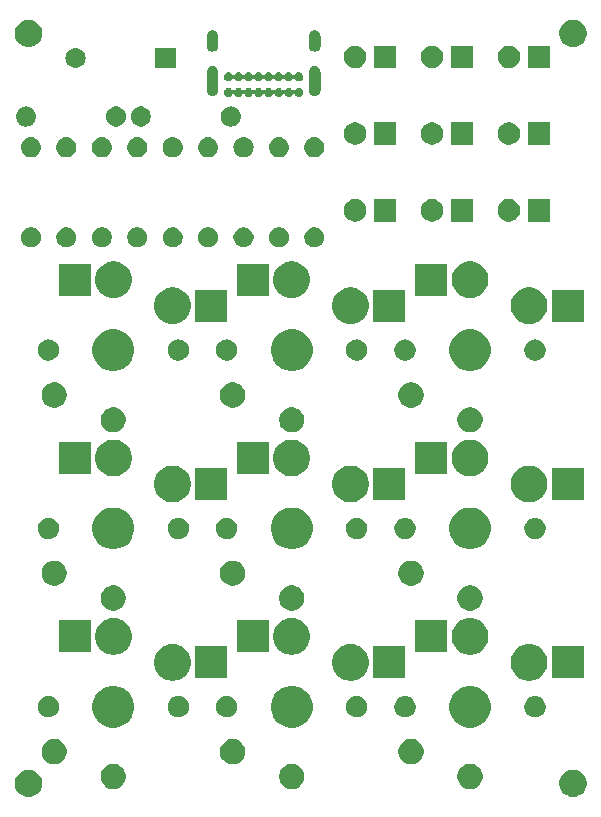
<source format=gbr>
G04 #@! TF.GenerationSoftware,KiCad,Pcbnew,(5.1.0)-1*
G04 #@! TF.CreationDate,2020-10-10T18:43:04-04:00*
G04 #@! TF.ProjectId,switch_tester,73776974-6368-45f7-9465-737465722e6b,rev?*
G04 #@! TF.SameCoordinates,Original*
G04 #@! TF.FileFunction,Soldermask,Bot*
G04 #@! TF.FilePolarity,Negative*
%FSLAX46Y46*%
G04 Gerber Fmt 4.6, Leading zero omitted, Abs format (unit mm)*
G04 Created by KiCad (PCBNEW (5.1.0)-1) date 2020-10-10 18:43:04*
%MOMM*%
%LPD*%
G04 APERTURE LIST*
%ADD10C,0.100000*%
G04 APERTURE END LIST*
D10*
G36*
X102824549Y-131271116D02*
G01*
X102935734Y-131293232D01*
X103145203Y-131379997D01*
X103333720Y-131505960D01*
X103494040Y-131666280D01*
X103620003Y-131854797D01*
X103706768Y-132064266D01*
X103751000Y-132286636D01*
X103751000Y-132513364D01*
X103706768Y-132735734D01*
X103620003Y-132945203D01*
X103494040Y-133133720D01*
X103333720Y-133294040D01*
X103145203Y-133420003D01*
X102935734Y-133506768D01*
X102824549Y-133528884D01*
X102713365Y-133551000D01*
X102486635Y-133551000D01*
X102375451Y-133528884D01*
X102264266Y-133506768D01*
X102054797Y-133420003D01*
X101866280Y-133294040D01*
X101705960Y-133133720D01*
X101579997Y-132945203D01*
X101493232Y-132735734D01*
X101449000Y-132513364D01*
X101449000Y-132286636D01*
X101493232Y-132064266D01*
X101579997Y-131854797D01*
X101705960Y-131666280D01*
X101866280Y-131505960D01*
X102054797Y-131379997D01*
X102264266Y-131293232D01*
X102375451Y-131271116D01*
X102486635Y-131249000D01*
X102713365Y-131249000D01*
X102824549Y-131271116D01*
X102824549Y-131271116D01*
G37*
G36*
X56724549Y-131271116D02*
G01*
X56835734Y-131293232D01*
X57045203Y-131379997D01*
X57233720Y-131505960D01*
X57394040Y-131666280D01*
X57520003Y-131854797D01*
X57606768Y-132064266D01*
X57651000Y-132286636D01*
X57651000Y-132513364D01*
X57606768Y-132735734D01*
X57520003Y-132945203D01*
X57394040Y-133133720D01*
X57233720Y-133294040D01*
X57045203Y-133420003D01*
X56835734Y-133506768D01*
X56724549Y-133528884D01*
X56613365Y-133551000D01*
X56386635Y-133551000D01*
X56275451Y-133528884D01*
X56164266Y-133506768D01*
X55954797Y-133420003D01*
X55766280Y-133294040D01*
X55605960Y-133133720D01*
X55479997Y-132945203D01*
X55393232Y-132735734D01*
X55349000Y-132513364D01*
X55349000Y-132286636D01*
X55393232Y-132064266D01*
X55479997Y-131854797D01*
X55605960Y-131666280D01*
X55766280Y-131505960D01*
X55954797Y-131379997D01*
X56164266Y-131293232D01*
X56275451Y-131271116D01*
X56386635Y-131249000D01*
X56613365Y-131249000D01*
X56724549Y-131271116D01*
X56724549Y-131271116D01*
G37*
G36*
X94191231Y-130786003D02*
G01*
X94385412Y-130866436D01*
X94385414Y-130866437D01*
X94560173Y-130983207D01*
X94708793Y-131131827D01*
X94787085Y-131249000D01*
X94825564Y-131306588D01*
X94905997Y-131500769D01*
X94947000Y-131706908D01*
X94947000Y-131917092D01*
X94905997Y-132123231D01*
X94838312Y-132286635D01*
X94825563Y-132317414D01*
X94708793Y-132492173D01*
X94560173Y-132640793D01*
X94385414Y-132757563D01*
X94385413Y-132757564D01*
X94385412Y-132757564D01*
X94191231Y-132837997D01*
X93985092Y-132879000D01*
X93774908Y-132879000D01*
X93568769Y-132837997D01*
X93374588Y-132757564D01*
X93374587Y-132757564D01*
X93374586Y-132757563D01*
X93199827Y-132640793D01*
X93051207Y-132492173D01*
X92934437Y-132317414D01*
X92921688Y-132286635D01*
X92854003Y-132123231D01*
X92813000Y-131917092D01*
X92813000Y-131706908D01*
X92854003Y-131500769D01*
X92934436Y-131306588D01*
X92972915Y-131249000D01*
X93051207Y-131131827D01*
X93199827Y-130983207D01*
X93374586Y-130866437D01*
X93374588Y-130866436D01*
X93568769Y-130786003D01*
X93774908Y-130745000D01*
X93985092Y-130745000D01*
X94191231Y-130786003D01*
X94191231Y-130786003D01*
G37*
G36*
X79091231Y-130786003D02*
G01*
X79285412Y-130866436D01*
X79285414Y-130866437D01*
X79460173Y-130983207D01*
X79608793Y-131131827D01*
X79687085Y-131249000D01*
X79725564Y-131306588D01*
X79805997Y-131500769D01*
X79847000Y-131706908D01*
X79847000Y-131917092D01*
X79805997Y-132123231D01*
X79738312Y-132286635D01*
X79725563Y-132317414D01*
X79608793Y-132492173D01*
X79460173Y-132640793D01*
X79285414Y-132757563D01*
X79285413Y-132757564D01*
X79285412Y-132757564D01*
X79091231Y-132837997D01*
X78885092Y-132879000D01*
X78674908Y-132879000D01*
X78468769Y-132837997D01*
X78274588Y-132757564D01*
X78274587Y-132757564D01*
X78274586Y-132757563D01*
X78099827Y-132640793D01*
X77951207Y-132492173D01*
X77834437Y-132317414D01*
X77821688Y-132286635D01*
X77754003Y-132123231D01*
X77713000Y-131917092D01*
X77713000Y-131706908D01*
X77754003Y-131500769D01*
X77834436Y-131306588D01*
X77872915Y-131249000D01*
X77951207Y-131131827D01*
X78099827Y-130983207D01*
X78274586Y-130866437D01*
X78274588Y-130866436D01*
X78468769Y-130786003D01*
X78674908Y-130745000D01*
X78885092Y-130745000D01*
X79091231Y-130786003D01*
X79091231Y-130786003D01*
G37*
G36*
X63991231Y-130786003D02*
G01*
X64185412Y-130866436D01*
X64185414Y-130866437D01*
X64360173Y-130983207D01*
X64508793Y-131131827D01*
X64587085Y-131249000D01*
X64625564Y-131306588D01*
X64705997Y-131500769D01*
X64747000Y-131706908D01*
X64747000Y-131917092D01*
X64705997Y-132123231D01*
X64638312Y-132286635D01*
X64625563Y-132317414D01*
X64508793Y-132492173D01*
X64360173Y-132640793D01*
X64185414Y-132757563D01*
X64185413Y-132757564D01*
X64185412Y-132757564D01*
X63991231Y-132837997D01*
X63785092Y-132879000D01*
X63574908Y-132879000D01*
X63368769Y-132837997D01*
X63174588Y-132757564D01*
X63174587Y-132757564D01*
X63174586Y-132757563D01*
X62999827Y-132640793D01*
X62851207Y-132492173D01*
X62734437Y-132317414D01*
X62721688Y-132286635D01*
X62654003Y-132123231D01*
X62613000Y-131917092D01*
X62613000Y-131706908D01*
X62654003Y-131500769D01*
X62734436Y-131306588D01*
X62772915Y-131249000D01*
X62851207Y-131131827D01*
X62999827Y-130983207D01*
X63174586Y-130866437D01*
X63174588Y-130866436D01*
X63368769Y-130786003D01*
X63574908Y-130745000D01*
X63785092Y-130745000D01*
X63991231Y-130786003D01*
X63991231Y-130786003D01*
G37*
G36*
X89191231Y-128686003D02*
G01*
X89385412Y-128766436D01*
X89385414Y-128766437D01*
X89560173Y-128883207D01*
X89708793Y-129031827D01*
X89825563Y-129206586D01*
X89825564Y-129206588D01*
X89905997Y-129400769D01*
X89947000Y-129606908D01*
X89947000Y-129817092D01*
X89905997Y-130023231D01*
X89825564Y-130217412D01*
X89825563Y-130217414D01*
X89708793Y-130392173D01*
X89560173Y-130540793D01*
X89385414Y-130657563D01*
X89385413Y-130657564D01*
X89385412Y-130657564D01*
X89191231Y-130737997D01*
X88985092Y-130779000D01*
X88774908Y-130779000D01*
X88568769Y-130737997D01*
X88374588Y-130657564D01*
X88374587Y-130657564D01*
X88374586Y-130657563D01*
X88199827Y-130540793D01*
X88051207Y-130392173D01*
X87934437Y-130217414D01*
X87934436Y-130217412D01*
X87854003Y-130023231D01*
X87813000Y-129817092D01*
X87813000Y-129606908D01*
X87854003Y-129400769D01*
X87934436Y-129206588D01*
X87934437Y-129206586D01*
X88051207Y-129031827D01*
X88199827Y-128883207D01*
X88374586Y-128766437D01*
X88374588Y-128766436D01*
X88568769Y-128686003D01*
X88774908Y-128645000D01*
X88985092Y-128645000D01*
X89191231Y-128686003D01*
X89191231Y-128686003D01*
G37*
G36*
X74091231Y-128686003D02*
G01*
X74285412Y-128766436D01*
X74285414Y-128766437D01*
X74460173Y-128883207D01*
X74608793Y-129031827D01*
X74725563Y-129206586D01*
X74725564Y-129206588D01*
X74805997Y-129400769D01*
X74847000Y-129606908D01*
X74847000Y-129817092D01*
X74805997Y-130023231D01*
X74725564Y-130217412D01*
X74725563Y-130217414D01*
X74608793Y-130392173D01*
X74460173Y-130540793D01*
X74285414Y-130657563D01*
X74285413Y-130657564D01*
X74285412Y-130657564D01*
X74091231Y-130737997D01*
X73885092Y-130779000D01*
X73674908Y-130779000D01*
X73468769Y-130737997D01*
X73274588Y-130657564D01*
X73274587Y-130657564D01*
X73274586Y-130657563D01*
X73099827Y-130540793D01*
X72951207Y-130392173D01*
X72834437Y-130217414D01*
X72834436Y-130217412D01*
X72754003Y-130023231D01*
X72713000Y-129817092D01*
X72713000Y-129606908D01*
X72754003Y-129400769D01*
X72834436Y-129206588D01*
X72834437Y-129206586D01*
X72951207Y-129031827D01*
X73099827Y-128883207D01*
X73274586Y-128766437D01*
X73274588Y-128766436D01*
X73468769Y-128686003D01*
X73674908Y-128645000D01*
X73885092Y-128645000D01*
X74091231Y-128686003D01*
X74091231Y-128686003D01*
G37*
G36*
X58991231Y-128686003D02*
G01*
X59185412Y-128766436D01*
X59185414Y-128766437D01*
X59360173Y-128883207D01*
X59508793Y-129031827D01*
X59625563Y-129206586D01*
X59625564Y-129206588D01*
X59705997Y-129400769D01*
X59747000Y-129606908D01*
X59747000Y-129817092D01*
X59705997Y-130023231D01*
X59625564Y-130217412D01*
X59625563Y-130217414D01*
X59508793Y-130392173D01*
X59360173Y-130540793D01*
X59185414Y-130657563D01*
X59185413Y-130657564D01*
X59185412Y-130657564D01*
X58991231Y-130737997D01*
X58785092Y-130779000D01*
X58574908Y-130779000D01*
X58368769Y-130737997D01*
X58174588Y-130657564D01*
X58174587Y-130657564D01*
X58174586Y-130657563D01*
X57999827Y-130540793D01*
X57851207Y-130392173D01*
X57734437Y-130217414D01*
X57734436Y-130217412D01*
X57654003Y-130023231D01*
X57613000Y-129817092D01*
X57613000Y-129606908D01*
X57654003Y-129400769D01*
X57734436Y-129206588D01*
X57734437Y-129206586D01*
X57851207Y-129031827D01*
X57999827Y-128883207D01*
X58174586Y-128766437D01*
X58174588Y-128766436D01*
X58368769Y-128686003D01*
X58574908Y-128645000D01*
X58785092Y-128645000D01*
X58991231Y-128686003D01*
X58991231Y-128686003D01*
G37*
G36*
X64194976Y-124214347D02*
G01*
X64516276Y-124347434D01*
X64516278Y-124347435D01*
X64805440Y-124540647D01*
X65051353Y-124786560D01*
X65200718Y-125010100D01*
X65244566Y-125075724D01*
X65377653Y-125397024D01*
X65445500Y-125738112D01*
X65445500Y-126085888D01*
X65377653Y-126426976D01*
X65300784Y-126612554D01*
X65244565Y-126748278D01*
X65051353Y-127037440D01*
X64805440Y-127283353D01*
X64516278Y-127476565D01*
X64516277Y-127476566D01*
X64516276Y-127476566D01*
X64194976Y-127609653D01*
X63853888Y-127677500D01*
X63506112Y-127677500D01*
X63165024Y-127609653D01*
X62843724Y-127476566D01*
X62843723Y-127476566D01*
X62843722Y-127476565D01*
X62554560Y-127283353D01*
X62308647Y-127037440D01*
X62115435Y-126748278D01*
X62059216Y-126612554D01*
X61982347Y-126426976D01*
X61914500Y-126085888D01*
X61914500Y-125738112D01*
X61982347Y-125397024D01*
X62115434Y-125075724D01*
X62159283Y-125010100D01*
X62308647Y-124786560D01*
X62554560Y-124540647D01*
X62843722Y-124347435D01*
X62843724Y-124347434D01*
X63165024Y-124214347D01*
X63506112Y-124146500D01*
X63853888Y-124146500D01*
X64194976Y-124214347D01*
X64194976Y-124214347D01*
G37*
G36*
X79294976Y-124214347D02*
G01*
X79616276Y-124347434D01*
X79616278Y-124347435D01*
X79905440Y-124540647D01*
X80151353Y-124786560D01*
X80300718Y-125010100D01*
X80344566Y-125075724D01*
X80477653Y-125397024D01*
X80545500Y-125738112D01*
X80545500Y-126085888D01*
X80477653Y-126426976D01*
X80400784Y-126612554D01*
X80344565Y-126748278D01*
X80151353Y-127037440D01*
X79905440Y-127283353D01*
X79616278Y-127476565D01*
X79616277Y-127476566D01*
X79616276Y-127476566D01*
X79294976Y-127609653D01*
X78953888Y-127677500D01*
X78606112Y-127677500D01*
X78265024Y-127609653D01*
X77943724Y-127476566D01*
X77943723Y-127476566D01*
X77943722Y-127476565D01*
X77654560Y-127283353D01*
X77408647Y-127037440D01*
X77215435Y-126748278D01*
X77159216Y-126612554D01*
X77082347Y-126426976D01*
X77014500Y-126085888D01*
X77014500Y-125738112D01*
X77082347Y-125397024D01*
X77215434Y-125075724D01*
X77259283Y-125010100D01*
X77408647Y-124786560D01*
X77654560Y-124540647D01*
X77943722Y-124347435D01*
X77943724Y-124347434D01*
X78265024Y-124214347D01*
X78606112Y-124146500D01*
X78953888Y-124146500D01*
X79294976Y-124214347D01*
X79294976Y-124214347D01*
G37*
G36*
X94394976Y-124214347D02*
G01*
X94716276Y-124347434D01*
X94716278Y-124347435D01*
X95005440Y-124540647D01*
X95251353Y-124786560D01*
X95400718Y-125010100D01*
X95444566Y-125075724D01*
X95577653Y-125397024D01*
X95645500Y-125738112D01*
X95645500Y-126085888D01*
X95577653Y-126426976D01*
X95500784Y-126612554D01*
X95444565Y-126748278D01*
X95251353Y-127037440D01*
X95005440Y-127283353D01*
X94716278Y-127476565D01*
X94716277Y-127476566D01*
X94716276Y-127476566D01*
X94394976Y-127609653D01*
X94053888Y-127677500D01*
X93706112Y-127677500D01*
X93365024Y-127609653D01*
X93043724Y-127476566D01*
X93043723Y-127476566D01*
X93043722Y-127476565D01*
X92754560Y-127283353D01*
X92508647Y-127037440D01*
X92315435Y-126748278D01*
X92259216Y-126612554D01*
X92182347Y-126426976D01*
X92114500Y-126085888D01*
X92114500Y-125738112D01*
X92182347Y-125397024D01*
X92315434Y-125075724D01*
X92359283Y-125010100D01*
X92508647Y-124786560D01*
X92754560Y-124540647D01*
X93043722Y-124347435D01*
X93043724Y-124347434D01*
X93365024Y-124214347D01*
X93706112Y-124146500D01*
X94053888Y-124146500D01*
X94394976Y-124214347D01*
X94394976Y-124214347D01*
G37*
G36*
X69355952Y-125027430D02*
G01*
X69443075Y-125044759D01*
X69552498Y-125090084D01*
X69607211Y-125112747D01*
X69753933Y-125210783D01*
X69754928Y-125211448D01*
X69880552Y-125337072D01*
X69880554Y-125337075D01*
X69979253Y-125484789D01*
X69979253Y-125484790D01*
X70047241Y-125648925D01*
X70081900Y-125823171D01*
X70081900Y-126000829D01*
X70047241Y-126175075D01*
X70001916Y-126284498D01*
X69979253Y-126339211D01*
X69920610Y-126426977D01*
X69880552Y-126486928D01*
X69754928Y-126612552D01*
X69754925Y-126612554D01*
X69607211Y-126711253D01*
X69552498Y-126733916D01*
X69443075Y-126779241D01*
X69355952Y-126796571D01*
X69268831Y-126813900D01*
X69091169Y-126813900D01*
X69004048Y-126796571D01*
X68916925Y-126779241D01*
X68807502Y-126733916D01*
X68752789Y-126711253D01*
X68605075Y-126612554D01*
X68605072Y-126612552D01*
X68479448Y-126486928D01*
X68439390Y-126426977D01*
X68380747Y-126339211D01*
X68358084Y-126284498D01*
X68312759Y-126175075D01*
X68278100Y-126000829D01*
X68278100Y-125823171D01*
X68312759Y-125648925D01*
X68380747Y-125484790D01*
X68380747Y-125484789D01*
X68479446Y-125337075D01*
X68479448Y-125337072D01*
X68605072Y-125211448D01*
X68606067Y-125210783D01*
X68752789Y-125112747D01*
X68807502Y-125090084D01*
X68916925Y-125044759D01*
X69004048Y-125027430D01*
X69091169Y-125010100D01*
X69268831Y-125010100D01*
X69355952Y-125027430D01*
X69355952Y-125027430D01*
G37*
G36*
X99555952Y-125027430D02*
G01*
X99643075Y-125044759D01*
X99752498Y-125090084D01*
X99807211Y-125112747D01*
X99953933Y-125210783D01*
X99954928Y-125211448D01*
X100080552Y-125337072D01*
X100080554Y-125337075D01*
X100179253Y-125484789D01*
X100179253Y-125484790D01*
X100247241Y-125648925D01*
X100281900Y-125823171D01*
X100281900Y-126000829D01*
X100247241Y-126175075D01*
X100201916Y-126284498D01*
X100179253Y-126339211D01*
X100120610Y-126426977D01*
X100080552Y-126486928D01*
X99954928Y-126612552D01*
X99954925Y-126612554D01*
X99807211Y-126711253D01*
X99752498Y-126733916D01*
X99643075Y-126779241D01*
X99555952Y-126796571D01*
X99468831Y-126813900D01*
X99291169Y-126813900D01*
X99204048Y-126796571D01*
X99116925Y-126779241D01*
X99007502Y-126733916D01*
X98952789Y-126711253D01*
X98805075Y-126612554D01*
X98805072Y-126612552D01*
X98679448Y-126486928D01*
X98639390Y-126426977D01*
X98580747Y-126339211D01*
X98558084Y-126284498D01*
X98512759Y-126175075D01*
X98478100Y-126000829D01*
X98478100Y-125823171D01*
X98512759Y-125648925D01*
X98580747Y-125484790D01*
X98580747Y-125484789D01*
X98679446Y-125337075D01*
X98679448Y-125337072D01*
X98805072Y-125211448D01*
X98806067Y-125210783D01*
X98952789Y-125112747D01*
X99007502Y-125090084D01*
X99116925Y-125044759D01*
X99204048Y-125027430D01*
X99291169Y-125010100D01*
X99468831Y-125010100D01*
X99555952Y-125027430D01*
X99555952Y-125027430D01*
G37*
G36*
X88555952Y-125027430D02*
G01*
X88643075Y-125044759D01*
X88752498Y-125090084D01*
X88807211Y-125112747D01*
X88953933Y-125210783D01*
X88954928Y-125211448D01*
X89080552Y-125337072D01*
X89080554Y-125337075D01*
X89179253Y-125484789D01*
X89179253Y-125484790D01*
X89247241Y-125648925D01*
X89281900Y-125823171D01*
X89281900Y-126000829D01*
X89247241Y-126175075D01*
X89201916Y-126284498D01*
X89179253Y-126339211D01*
X89120610Y-126426977D01*
X89080552Y-126486928D01*
X88954928Y-126612552D01*
X88954925Y-126612554D01*
X88807211Y-126711253D01*
X88752498Y-126733916D01*
X88643075Y-126779241D01*
X88555952Y-126796571D01*
X88468831Y-126813900D01*
X88291169Y-126813900D01*
X88204048Y-126796571D01*
X88116925Y-126779241D01*
X88007502Y-126733916D01*
X87952789Y-126711253D01*
X87805075Y-126612554D01*
X87805072Y-126612552D01*
X87679448Y-126486928D01*
X87639390Y-126426977D01*
X87580747Y-126339211D01*
X87558084Y-126284498D01*
X87512759Y-126175075D01*
X87478100Y-126000829D01*
X87478100Y-125823171D01*
X87512759Y-125648925D01*
X87580747Y-125484790D01*
X87580747Y-125484789D01*
X87679446Y-125337075D01*
X87679448Y-125337072D01*
X87805072Y-125211448D01*
X87806067Y-125210783D01*
X87952789Y-125112747D01*
X88007502Y-125090084D01*
X88116925Y-125044759D01*
X88204048Y-125027430D01*
X88291169Y-125010100D01*
X88468831Y-125010100D01*
X88555952Y-125027430D01*
X88555952Y-125027430D01*
G37*
G36*
X73455952Y-125027430D02*
G01*
X73543075Y-125044759D01*
X73652498Y-125090084D01*
X73707211Y-125112747D01*
X73853933Y-125210783D01*
X73854928Y-125211448D01*
X73980552Y-125337072D01*
X73980554Y-125337075D01*
X74079253Y-125484789D01*
X74079253Y-125484790D01*
X74147241Y-125648925D01*
X74181900Y-125823171D01*
X74181900Y-126000829D01*
X74147241Y-126175075D01*
X74101916Y-126284498D01*
X74079253Y-126339211D01*
X74020610Y-126426977D01*
X73980552Y-126486928D01*
X73854928Y-126612552D01*
X73854925Y-126612554D01*
X73707211Y-126711253D01*
X73652498Y-126733916D01*
X73543075Y-126779241D01*
X73455952Y-126796571D01*
X73368831Y-126813900D01*
X73191169Y-126813900D01*
X73104048Y-126796571D01*
X73016925Y-126779241D01*
X72907502Y-126733916D01*
X72852789Y-126711253D01*
X72705075Y-126612554D01*
X72705072Y-126612552D01*
X72579448Y-126486928D01*
X72539390Y-126426977D01*
X72480747Y-126339211D01*
X72458084Y-126284498D01*
X72412759Y-126175075D01*
X72378100Y-126000829D01*
X72378100Y-125823171D01*
X72412759Y-125648925D01*
X72480747Y-125484790D01*
X72480747Y-125484789D01*
X72579446Y-125337075D01*
X72579448Y-125337072D01*
X72705072Y-125211448D01*
X72706067Y-125210783D01*
X72852789Y-125112747D01*
X72907502Y-125090084D01*
X73016925Y-125044759D01*
X73104048Y-125027430D01*
X73191169Y-125010100D01*
X73368831Y-125010100D01*
X73455952Y-125027430D01*
X73455952Y-125027430D01*
G37*
G36*
X84455952Y-125027430D02*
G01*
X84543075Y-125044759D01*
X84652498Y-125090084D01*
X84707211Y-125112747D01*
X84853933Y-125210783D01*
X84854928Y-125211448D01*
X84980552Y-125337072D01*
X84980554Y-125337075D01*
X85079253Y-125484789D01*
X85079253Y-125484790D01*
X85147241Y-125648925D01*
X85181900Y-125823171D01*
X85181900Y-126000829D01*
X85147241Y-126175075D01*
X85101916Y-126284498D01*
X85079253Y-126339211D01*
X85020610Y-126426977D01*
X84980552Y-126486928D01*
X84854928Y-126612552D01*
X84854925Y-126612554D01*
X84707211Y-126711253D01*
X84652498Y-126733916D01*
X84543075Y-126779241D01*
X84455952Y-126796571D01*
X84368831Y-126813900D01*
X84191169Y-126813900D01*
X84104048Y-126796571D01*
X84016925Y-126779241D01*
X83907502Y-126733916D01*
X83852789Y-126711253D01*
X83705075Y-126612554D01*
X83705072Y-126612552D01*
X83579448Y-126486928D01*
X83539390Y-126426977D01*
X83480747Y-126339211D01*
X83458084Y-126284498D01*
X83412759Y-126175075D01*
X83378100Y-126000829D01*
X83378100Y-125823171D01*
X83412759Y-125648925D01*
X83480747Y-125484790D01*
X83480747Y-125484789D01*
X83579446Y-125337075D01*
X83579448Y-125337072D01*
X83705072Y-125211448D01*
X83706067Y-125210783D01*
X83852789Y-125112747D01*
X83907502Y-125090084D01*
X84016925Y-125044759D01*
X84104048Y-125027430D01*
X84191169Y-125010100D01*
X84368831Y-125010100D01*
X84455952Y-125027430D01*
X84455952Y-125027430D01*
G37*
G36*
X58355952Y-125027430D02*
G01*
X58443075Y-125044759D01*
X58552498Y-125090084D01*
X58607211Y-125112747D01*
X58753933Y-125210783D01*
X58754928Y-125211448D01*
X58880552Y-125337072D01*
X58880554Y-125337075D01*
X58979253Y-125484789D01*
X58979253Y-125484790D01*
X59047241Y-125648925D01*
X59081900Y-125823171D01*
X59081900Y-126000829D01*
X59047241Y-126175075D01*
X59001916Y-126284498D01*
X58979253Y-126339211D01*
X58920610Y-126426977D01*
X58880552Y-126486928D01*
X58754928Y-126612552D01*
X58754925Y-126612554D01*
X58607211Y-126711253D01*
X58552498Y-126733916D01*
X58443075Y-126779241D01*
X58355952Y-126796571D01*
X58268831Y-126813900D01*
X58091169Y-126813900D01*
X58004048Y-126796571D01*
X57916925Y-126779241D01*
X57807502Y-126733916D01*
X57752789Y-126711253D01*
X57605075Y-126612554D01*
X57605072Y-126612552D01*
X57479448Y-126486928D01*
X57439390Y-126426977D01*
X57380747Y-126339211D01*
X57358084Y-126284498D01*
X57312759Y-126175075D01*
X57278100Y-126000829D01*
X57278100Y-125823171D01*
X57312759Y-125648925D01*
X57380747Y-125484790D01*
X57380747Y-125484789D01*
X57479446Y-125337075D01*
X57479448Y-125337072D01*
X57605072Y-125211448D01*
X57606067Y-125210783D01*
X57752789Y-125112747D01*
X57807502Y-125090084D01*
X57916925Y-125044759D01*
X58004048Y-125027430D01*
X58091169Y-125010100D01*
X58268831Y-125010100D01*
X58355952Y-125027430D01*
X58355952Y-125027430D01*
G37*
G36*
X84082585Y-120640802D02*
G01*
X84232410Y-120670604D01*
X84514674Y-120787521D01*
X84768705Y-120957259D01*
X84984741Y-121173295D01*
X85154479Y-121427326D01*
X85271396Y-121709590D01*
X85331000Y-122009240D01*
X85331000Y-122314760D01*
X85271396Y-122614410D01*
X85154479Y-122896674D01*
X84984741Y-123150705D01*
X84768705Y-123366741D01*
X84514674Y-123536479D01*
X84232410Y-123653396D01*
X84082585Y-123683198D01*
X83932761Y-123713000D01*
X83627239Y-123713000D01*
X83477415Y-123683198D01*
X83327590Y-123653396D01*
X83045326Y-123536479D01*
X82791295Y-123366741D01*
X82575259Y-123150705D01*
X82405521Y-122896674D01*
X82288604Y-122614410D01*
X82229000Y-122314760D01*
X82229000Y-122009240D01*
X82288604Y-121709590D01*
X82405521Y-121427326D01*
X82575259Y-121173295D01*
X82791295Y-120957259D01*
X83045326Y-120787521D01*
X83327590Y-120670604D01*
X83477415Y-120640802D01*
X83627239Y-120611000D01*
X83932761Y-120611000D01*
X84082585Y-120640802D01*
X84082585Y-120640802D01*
G37*
G36*
X68982585Y-120640802D02*
G01*
X69132410Y-120670604D01*
X69414674Y-120787521D01*
X69668705Y-120957259D01*
X69884741Y-121173295D01*
X70054479Y-121427326D01*
X70171396Y-121709590D01*
X70231000Y-122009240D01*
X70231000Y-122314760D01*
X70171396Y-122614410D01*
X70054479Y-122896674D01*
X69884741Y-123150705D01*
X69668705Y-123366741D01*
X69414674Y-123536479D01*
X69132410Y-123653396D01*
X68982585Y-123683198D01*
X68832761Y-123713000D01*
X68527239Y-123713000D01*
X68377415Y-123683198D01*
X68227590Y-123653396D01*
X67945326Y-123536479D01*
X67691295Y-123366741D01*
X67475259Y-123150705D01*
X67305521Y-122896674D01*
X67188604Y-122614410D01*
X67129000Y-122314760D01*
X67129000Y-122009240D01*
X67188604Y-121709590D01*
X67305521Y-121427326D01*
X67475259Y-121173295D01*
X67691295Y-120957259D01*
X67945326Y-120787521D01*
X68227590Y-120670604D01*
X68377415Y-120640802D01*
X68527239Y-120611000D01*
X68832761Y-120611000D01*
X68982585Y-120640802D01*
X68982585Y-120640802D01*
G37*
G36*
X99182585Y-120640802D02*
G01*
X99332410Y-120670604D01*
X99614674Y-120787521D01*
X99868705Y-120957259D01*
X100084741Y-121173295D01*
X100254479Y-121427326D01*
X100371396Y-121709590D01*
X100431000Y-122009240D01*
X100431000Y-122314760D01*
X100371396Y-122614410D01*
X100254479Y-122896674D01*
X100084741Y-123150705D01*
X99868705Y-123366741D01*
X99614674Y-123536479D01*
X99332410Y-123653396D01*
X99182585Y-123683198D01*
X99032761Y-123713000D01*
X98727239Y-123713000D01*
X98577415Y-123683198D01*
X98427590Y-123653396D01*
X98145326Y-123536479D01*
X97891295Y-123366741D01*
X97675259Y-123150705D01*
X97505521Y-122896674D01*
X97388604Y-122614410D01*
X97329000Y-122314760D01*
X97329000Y-122009240D01*
X97388604Y-121709590D01*
X97505521Y-121427326D01*
X97675259Y-121173295D01*
X97891295Y-120957259D01*
X98145326Y-120787521D01*
X98427590Y-120670604D01*
X98577415Y-120640802D01*
X98727239Y-120611000D01*
X99032761Y-120611000D01*
X99182585Y-120640802D01*
X99182585Y-120640802D01*
G37*
G36*
X73306000Y-123513000D02*
G01*
X70604000Y-123513000D01*
X70604000Y-120811000D01*
X73306000Y-120811000D01*
X73306000Y-123513000D01*
X73306000Y-123513000D01*
G37*
G36*
X88406000Y-123513000D02*
G01*
X85704000Y-123513000D01*
X85704000Y-120811000D01*
X88406000Y-120811000D01*
X88406000Y-123513000D01*
X88406000Y-123513000D01*
G37*
G36*
X103506000Y-123513000D02*
G01*
X100804000Y-123513000D01*
X100804000Y-120811000D01*
X103506000Y-120811000D01*
X103506000Y-123513000D01*
X103506000Y-123513000D01*
G37*
G36*
X94182585Y-118440802D02*
G01*
X94332410Y-118470604D01*
X94614674Y-118587521D01*
X94868705Y-118757259D01*
X95084741Y-118973295D01*
X95254479Y-119227326D01*
X95371396Y-119509590D01*
X95431000Y-119809240D01*
X95431000Y-120114760D01*
X95371396Y-120414410D01*
X95254479Y-120696674D01*
X95084741Y-120950705D01*
X94868705Y-121166741D01*
X94614674Y-121336479D01*
X94332410Y-121453396D01*
X94182585Y-121483198D01*
X94032761Y-121513000D01*
X93727239Y-121513000D01*
X93577415Y-121483198D01*
X93427590Y-121453396D01*
X93145326Y-121336479D01*
X92891295Y-121166741D01*
X92675259Y-120950705D01*
X92505521Y-120696674D01*
X92388604Y-120414410D01*
X92329000Y-120114760D01*
X92329000Y-119809240D01*
X92388604Y-119509590D01*
X92505521Y-119227326D01*
X92675259Y-118973295D01*
X92891295Y-118757259D01*
X93145326Y-118587521D01*
X93427590Y-118470604D01*
X93577415Y-118440802D01*
X93727239Y-118411000D01*
X94032761Y-118411000D01*
X94182585Y-118440802D01*
X94182585Y-118440802D01*
G37*
G36*
X79082585Y-118440802D02*
G01*
X79232410Y-118470604D01*
X79514674Y-118587521D01*
X79768705Y-118757259D01*
X79984741Y-118973295D01*
X80154479Y-119227326D01*
X80271396Y-119509590D01*
X80331000Y-119809240D01*
X80331000Y-120114760D01*
X80271396Y-120414410D01*
X80154479Y-120696674D01*
X79984741Y-120950705D01*
X79768705Y-121166741D01*
X79514674Y-121336479D01*
X79232410Y-121453396D01*
X79082585Y-121483198D01*
X78932761Y-121513000D01*
X78627239Y-121513000D01*
X78477415Y-121483198D01*
X78327590Y-121453396D01*
X78045326Y-121336479D01*
X77791295Y-121166741D01*
X77575259Y-120950705D01*
X77405521Y-120696674D01*
X77288604Y-120414410D01*
X77229000Y-120114760D01*
X77229000Y-119809240D01*
X77288604Y-119509590D01*
X77405521Y-119227326D01*
X77575259Y-118973295D01*
X77791295Y-118757259D01*
X78045326Y-118587521D01*
X78327590Y-118470604D01*
X78477415Y-118440802D01*
X78627239Y-118411000D01*
X78932761Y-118411000D01*
X79082585Y-118440802D01*
X79082585Y-118440802D01*
G37*
G36*
X63982585Y-118440802D02*
G01*
X64132410Y-118470604D01*
X64414674Y-118587521D01*
X64668705Y-118757259D01*
X64884741Y-118973295D01*
X65054479Y-119227326D01*
X65171396Y-119509590D01*
X65231000Y-119809240D01*
X65231000Y-120114760D01*
X65171396Y-120414410D01*
X65054479Y-120696674D01*
X64884741Y-120950705D01*
X64668705Y-121166741D01*
X64414674Y-121336479D01*
X64132410Y-121453396D01*
X63982585Y-121483198D01*
X63832761Y-121513000D01*
X63527239Y-121513000D01*
X63377415Y-121483198D01*
X63227590Y-121453396D01*
X62945326Y-121336479D01*
X62691295Y-121166741D01*
X62475259Y-120950705D01*
X62305521Y-120696674D01*
X62188604Y-120414410D01*
X62129000Y-120114760D01*
X62129000Y-119809240D01*
X62188604Y-119509590D01*
X62305521Y-119227326D01*
X62475259Y-118973295D01*
X62691295Y-118757259D01*
X62945326Y-118587521D01*
X63227590Y-118470604D01*
X63377415Y-118440802D01*
X63527239Y-118411000D01*
X63832761Y-118411000D01*
X63982585Y-118440802D01*
X63982585Y-118440802D01*
G37*
G36*
X76856000Y-121313000D02*
G01*
X74154000Y-121313000D01*
X74154000Y-118611000D01*
X76856000Y-118611000D01*
X76856000Y-121313000D01*
X76856000Y-121313000D01*
G37*
G36*
X61756000Y-121313000D02*
G01*
X59054000Y-121313000D01*
X59054000Y-118611000D01*
X61756000Y-118611000D01*
X61756000Y-121313000D01*
X61756000Y-121313000D01*
G37*
G36*
X91956000Y-121313000D02*
G01*
X89254000Y-121313000D01*
X89254000Y-118611000D01*
X91956000Y-118611000D01*
X91956000Y-121313000D01*
X91956000Y-121313000D01*
G37*
G36*
X63991231Y-115686003D02*
G01*
X64185412Y-115766436D01*
X64185414Y-115766437D01*
X64360173Y-115883207D01*
X64508793Y-116031827D01*
X64625563Y-116206586D01*
X64625564Y-116206588D01*
X64705997Y-116400769D01*
X64747000Y-116606908D01*
X64747000Y-116817092D01*
X64705997Y-117023231D01*
X64625564Y-117217412D01*
X64625563Y-117217414D01*
X64508793Y-117392173D01*
X64360173Y-117540793D01*
X64185414Y-117657563D01*
X64185413Y-117657564D01*
X64185412Y-117657564D01*
X63991231Y-117737997D01*
X63785092Y-117779000D01*
X63574908Y-117779000D01*
X63368769Y-117737997D01*
X63174588Y-117657564D01*
X63174587Y-117657564D01*
X63174586Y-117657563D01*
X62999827Y-117540793D01*
X62851207Y-117392173D01*
X62734437Y-117217414D01*
X62734436Y-117217412D01*
X62654003Y-117023231D01*
X62613000Y-116817092D01*
X62613000Y-116606908D01*
X62654003Y-116400769D01*
X62734436Y-116206588D01*
X62734437Y-116206586D01*
X62851207Y-116031827D01*
X62999827Y-115883207D01*
X63174586Y-115766437D01*
X63174588Y-115766436D01*
X63368769Y-115686003D01*
X63574908Y-115645000D01*
X63785092Y-115645000D01*
X63991231Y-115686003D01*
X63991231Y-115686003D01*
G37*
G36*
X94191231Y-115686003D02*
G01*
X94385412Y-115766436D01*
X94385414Y-115766437D01*
X94560173Y-115883207D01*
X94708793Y-116031827D01*
X94825563Y-116206586D01*
X94825564Y-116206588D01*
X94905997Y-116400769D01*
X94947000Y-116606908D01*
X94947000Y-116817092D01*
X94905997Y-117023231D01*
X94825564Y-117217412D01*
X94825563Y-117217414D01*
X94708793Y-117392173D01*
X94560173Y-117540793D01*
X94385414Y-117657563D01*
X94385413Y-117657564D01*
X94385412Y-117657564D01*
X94191231Y-117737997D01*
X93985092Y-117779000D01*
X93774908Y-117779000D01*
X93568769Y-117737997D01*
X93374588Y-117657564D01*
X93374587Y-117657564D01*
X93374586Y-117657563D01*
X93199827Y-117540793D01*
X93051207Y-117392173D01*
X92934437Y-117217414D01*
X92934436Y-117217412D01*
X92854003Y-117023231D01*
X92813000Y-116817092D01*
X92813000Y-116606908D01*
X92854003Y-116400769D01*
X92934436Y-116206588D01*
X92934437Y-116206586D01*
X93051207Y-116031827D01*
X93199827Y-115883207D01*
X93374586Y-115766437D01*
X93374588Y-115766436D01*
X93568769Y-115686003D01*
X93774908Y-115645000D01*
X93985092Y-115645000D01*
X94191231Y-115686003D01*
X94191231Y-115686003D01*
G37*
G36*
X79091231Y-115686003D02*
G01*
X79285412Y-115766436D01*
X79285414Y-115766437D01*
X79460173Y-115883207D01*
X79608793Y-116031827D01*
X79725563Y-116206586D01*
X79725564Y-116206588D01*
X79805997Y-116400769D01*
X79847000Y-116606908D01*
X79847000Y-116817092D01*
X79805997Y-117023231D01*
X79725564Y-117217412D01*
X79725563Y-117217414D01*
X79608793Y-117392173D01*
X79460173Y-117540793D01*
X79285414Y-117657563D01*
X79285413Y-117657564D01*
X79285412Y-117657564D01*
X79091231Y-117737997D01*
X78885092Y-117779000D01*
X78674908Y-117779000D01*
X78468769Y-117737997D01*
X78274588Y-117657564D01*
X78274587Y-117657564D01*
X78274586Y-117657563D01*
X78099827Y-117540793D01*
X77951207Y-117392173D01*
X77834437Y-117217414D01*
X77834436Y-117217412D01*
X77754003Y-117023231D01*
X77713000Y-116817092D01*
X77713000Y-116606908D01*
X77754003Y-116400769D01*
X77834436Y-116206588D01*
X77834437Y-116206586D01*
X77951207Y-116031827D01*
X78099827Y-115883207D01*
X78274586Y-115766437D01*
X78274588Y-115766436D01*
X78468769Y-115686003D01*
X78674908Y-115645000D01*
X78885092Y-115645000D01*
X79091231Y-115686003D01*
X79091231Y-115686003D01*
G37*
G36*
X74091231Y-113586003D02*
G01*
X74285412Y-113666436D01*
X74285414Y-113666437D01*
X74460173Y-113783207D01*
X74608793Y-113931827D01*
X74725563Y-114106586D01*
X74725564Y-114106588D01*
X74805997Y-114300769D01*
X74847000Y-114506908D01*
X74847000Y-114717092D01*
X74805997Y-114923231D01*
X74725564Y-115117412D01*
X74725563Y-115117414D01*
X74608793Y-115292173D01*
X74460173Y-115440793D01*
X74285414Y-115557563D01*
X74285413Y-115557564D01*
X74285412Y-115557564D01*
X74091231Y-115637997D01*
X73885092Y-115679000D01*
X73674908Y-115679000D01*
X73468769Y-115637997D01*
X73274588Y-115557564D01*
X73274587Y-115557564D01*
X73274586Y-115557563D01*
X73099827Y-115440793D01*
X72951207Y-115292173D01*
X72834437Y-115117414D01*
X72834436Y-115117412D01*
X72754003Y-114923231D01*
X72713000Y-114717092D01*
X72713000Y-114506908D01*
X72754003Y-114300769D01*
X72834436Y-114106588D01*
X72834437Y-114106586D01*
X72951207Y-113931827D01*
X73099827Y-113783207D01*
X73274586Y-113666437D01*
X73274588Y-113666436D01*
X73468769Y-113586003D01*
X73674908Y-113545000D01*
X73885092Y-113545000D01*
X74091231Y-113586003D01*
X74091231Y-113586003D01*
G37*
G36*
X89191231Y-113586003D02*
G01*
X89385412Y-113666436D01*
X89385414Y-113666437D01*
X89560173Y-113783207D01*
X89708793Y-113931827D01*
X89825563Y-114106586D01*
X89825564Y-114106588D01*
X89905997Y-114300769D01*
X89947000Y-114506908D01*
X89947000Y-114717092D01*
X89905997Y-114923231D01*
X89825564Y-115117412D01*
X89825563Y-115117414D01*
X89708793Y-115292173D01*
X89560173Y-115440793D01*
X89385414Y-115557563D01*
X89385413Y-115557564D01*
X89385412Y-115557564D01*
X89191231Y-115637997D01*
X88985092Y-115679000D01*
X88774908Y-115679000D01*
X88568769Y-115637997D01*
X88374588Y-115557564D01*
X88374587Y-115557564D01*
X88374586Y-115557563D01*
X88199827Y-115440793D01*
X88051207Y-115292173D01*
X87934437Y-115117414D01*
X87934436Y-115117412D01*
X87854003Y-114923231D01*
X87813000Y-114717092D01*
X87813000Y-114506908D01*
X87854003Y-114300769D01*
X87934436Y-114106588D01*
X87934437Y-114106586D01*
X88051207Y-113931827D01*
X88199827Y-113783207D01*
X88374586Y-113666437D01*
X88374588Y-113666436D01*
X88568769Y-113586003D01*
X88774908Y-113545000D01*
X88985092Y-113545000D01*
X89191231Y-113586003D01*
X89191231Y-113586003D01*
G37*
G36*
X58991231Y-113586003D02*
G01*
X59185412Y-113666436D01*
X59185414Y-113666437D01*
X59360173Y-113783207D01*
X59508793Y-113931827D01*
X59625563Y-114106586D01*
X59625564Y-114106588D01*
X59705997Y-114300769D01*
X59747000Y-114506908D01*
X59747000Y-114717092D01*
X59705997Y-114923231D01*
X59625564Y-115117412D01*
X59625563Y-115117414D01*
X59508793Y-115292173D01*
X59360173Y-115440793D01*
X59185414Y-115557563D01*
X59185413Y-115557564D01*
X59185412Y-115557564D01*
X58991231Y-115637997D01*
X58785092Y-115679000D01*
X58574908Y-115679000D01*
X58368769Y-115637997D01*
X58174588Y-115557564D01*
X58174587Y-115557564D01*
X58174586Y-115557563D01*
X57999827Y-115440793D01*
X57851207Y-115292173D01*
X57734437Y-115117414D01*
X57734436Y-115117412D01*
X57654003Y-114923231D01*
X57613000Y-114717092D01*
X57613000Y-114506908D01*
X57654003Y-114300769D01*
X57734436Y-114106588D01*
X57734437Y-114106586D01*
X57851207Y-113931827D01*
X57999827Y-113783207D01*
X58174586Y-113666437D01*
X58174588Y-113666436D01*
X58368769Y-113586003D01*
X58574908Y-113545000D01*
X58785092Y-113545000D01*
X58991231Y-113586003D01*
X58991231Y-113586003D01*
G37*
G36*
X64194976Y-109114347D02*
G01*
X64516276Y-109247434D01*
X64516278Y-109247435D01*
X64805440Y-109440647D01*
X65051353Y-109686560D01*
X65200718Y-109910100D01*
X65244566Y-109975724D01*
X65377653Y-110297024D01*
X65445500Y-110638112D01*
X65445500Y-110985888D01*
X65377653Y-111326976D01*
X65300784Y-111512554D01*
X65244565Y-111648278D01*
X65051353Y-111937440D01*
X64805440Y-112183353D01*
X64516278Y-112376565D01*
X64516277Y-112376566D01*
X64516276Y-112376566D01*
X64194976Y-112509653D01*
X63853888Y-112577500D01*
X63506112Y-112577500D01*
X63165024Y-112509653D01*
X62843724Y-112376566D01*
X62843723Y-112376566D01*
X62843722Y-112376565D01*
X62554560Y-112183353D01*
X62308647Y-111937440D01*
X62115435Y-111648278D01*
X62059216Y-111512554D01*
X61982347Y-111326976D01*
X61914500Y-110985888D01*
X61914500Y-110638112D01*
X61982347Y-110297024D01*
X62115434Y-109975724D01*
X62159283Y-109910100D01*
X62308647Y-109686560D01*
X62554560Y-109440647D01*
X62843722Y-109247435D01*
X62843724Y-109247434D01*
X63165024Y-109114347D01*
X63506112Y-109046500D01*
X63853888Y-109046500D01*
X64194976Y-109114347D01*
X64194976Y-109114347D01*
G37*
G36*
X94394976Y-109114347D02*
G01*
X94716276Y-109247434D01*
X94716278Y-109247435D01*
X95005440Y-109440647D01*
X95251353Y-109686560D01*
X95400718Y-109910100D01*
X95444566Y-109975724D01*
X95577653Y-110297024D01*
X95645500Y-110638112D01*
X95645500Y-110985888D01*
X95577653Y-111326976D01*
X95500784Y-111512554D01*
X95444565Y-111648278D01*
X95251353Y-111937440D01*
X95005440Y-112183353D01*
X94716278Y-112376565D01*
X94716277Y-112376566D01*
X94716276Y-112376566D01*
X94394976Y-112509653D01*
X94053888Y-112577500D01*
X93706112Y-112577500D01*
X93365024Y-112509653D01*
X93043724Y-112376566D01*
X93043723Y-112376566D01*
X93043722Y-112376565D01*
X92754560Y-112183353D01*
X92508647Y-111937440D01*
X92315435Y-111648278D01*
X92259216Y-111512554D01*
X92182347Y-111326976D01*
X92114500Y-110985888D01*
X92114500Y-110638112D01*
X92182347Y-110297024D01*
X92315434Y-109975724D01*
X92359283Y-109910100D01*
X92508647Y-109686560D01*
X92754560Y-109440647D01*
X93043722Y-109247435D01*
X93043724Y-109247434D01*
X93365024Y-109114347D01*
X93706112Y-109046500D01*
X94053888Y-109046500D01*
X94394976Y-109114347D01*
X94394976Y-109114347D01*
G37*
G36*
X79294976Y-109114347D02*
G01*
X79616276Y-109247434D01*
X79616278Y-109247435D01*
X79905440Y-109440647D01*
X80151353Y-109686560D01*
X80300718Y-109910100D01*
X80344566Y-109975724D01*
X80477653Y-110297024D01*
X80545500Y-110638112D01*
X80545500Y-110985888D01*
X80477653Y-111326976D01*
X80400784Y-111512554D01*
X80344565Y-111648278D01*
X80151353Y-111937440D01*
X79905440Y-112183353D01*
X79616278Y-112376565D01*
X79616277Y-112376566D01*
X79616276Y-112376566D01*
X79294976Y-112509653D01*
X78953888Y-112577500D01*
X78606112Y-112577500D01*
X78265024Y-112509653D01*
X77943724Y-112376566D01*
X77943723Y-112376566D01*
X77943722Y-112376565D01*
X77654560Y-112183353D01*
X77408647Y-111937440D01*
X77215435Y-111648278D01*
X77159216Y-111512554D01*
X77082347Y-111326976D01*
X77014500Y-110985888D01*
X77014500Y-110638112D01*
X77082347Y-110297024D01*
X77215434Y-109975724D01*
X77259283Y-109910100D01*
X77408647Y-109686560D01*
X77654560Y-109440647D01*
X77943722Y-109247435D01*
X77943724Y-109247434D01*
X78265024Y-109114347D01*
X78606112Y-109046500D01*
X78953888Y-109046500D01*
X79294976Y-109114347D01*
X79294976Y-109114347D01*
G37*
G36*
X73455952Y-109927429D02*
G01*
X73543075Y-109944759D01*
X73652498Y-109990084D01*
X73707211Y-110012747D01*
X73853933Y-110110783D01*
X73854928Y-110111448D01*
X73980552Y-110237072D01*
X73980554Y-110237075D01*
X74079253Y-110384789D01*
X74079253Y-110384790D01*
X74147241Y-110548925D01*
X74181900Y-110723171D01*
X74181900Y-110900829D01*
X74147241Y-111075075D01*
X74101916Y-111184498D01*
X74079253Y-111239211D01*
X74020610Y-111326977D01*
X73980552Y-111386928D01*
X73854928Y-111512552D01*
X73854925Y-111512554D01*
X73707211Y-111611253D01*
X73652498Y-111633916D01*
X73543075Y-111679241D01*
X73455952Y-111696571D01*
X73368831Y-111713900D01*
X73191169Y-111713900D01*
X73104048Y-111696571D01*
X73016925Y-111679241D01*
X72907502Y-111633916D01*
X72852789Y-111611253D01*
X72705075Y-111512554D01*
X72705072Y-111512552D01*
X72579448Y-111386928D01*
X72539390Y-111326977D01*
X72480747Y-111239211D01*
X72458084Y-111184498D01*
X72412759Y-111075075D01*
X72378100Y-110900829D01*
X72378100Y-110723171D01*
X72412759Y-110548925D01*
X72480747Y-110384790D01*
X72480747Y-110384789D01*
X72579446Y-110237075D01*
X72579448Y-110237072D01*
X72705072Y-110111448D01*
X72706067Y-110110783D01*
X72852789Y-110012747D01*
X72907502Y-109990084D01*
X73016925Y-109944759D01*
X73104048Y-109927429D01*
X73191169Y-109910100D01*
X73368831Y-109910100D01*
X73455952Y-109927429D01*
X73455952Y-109927429D01*
G37*
G36*
X69355952Y-109927429D02*
G01*
X69443075Y-109944759D01*
X69552498Y-109990084D01*
X69607211Y-110012747D01*
X69753933Y-110110783D01*
X69754928Y-110111448D01*
X69880552Y-110237072D01*
X69880554Y-110237075D01*
X69979253Y-110384789D01*
X69979253Y-110384790D01*
X70047241Y-110548925D01*
X70081900Y-110723171D01*
X70081900Y-110900829D01*
X70047241Y-111075075D01*
X70001916Y-111184498D01*
X69979253Y-111239211D01*
X69920610Y-111326977D01*
X69880552Y-111386928D01*
X69754928Y-111512552D01*
X69754925Y-111512554D01*
X69607211Y-111611253D01*
X69552498Y-111633916D01*
X69443075Y-111679241D01*
X69355952Y-111696571D01*
X69268831Y-111713900D01*
X69091169Y-111713900D01*
X69004048Y-111696571D01*
X68916925Y-111679241D01*
X68807502Y-111633916D01*
X68752789Y-111611253D01*
X68605075Y-111512554D01*
X68605072Y-111512552D01*
X68479448Y-111386928D01*
X68439390Y-111326977D01*
X68380747Y-111239211D01*
X68358084Y-111184498D01*
X68312759Y-111075075D01*
X68278100Y-110900829D01*
X68278100Y-110723171D01*
X68312759Y-110548925D01*
X68380747Y-110384790D01*
X68380747Y-110384789D01*
X68479446Y-110237075D01*
X68479448Y-110237072D01*
X68605072Y-110111448D01*
X68606067Y-110110783D01*
X68752789Y-110012747D01*
X68807502Y-109990084D01*
X68916925Y-109944759D01*
X69004048Y-109927429D01*
X69091169Y-109910100D01*
X69268831Y-109910100D01*
X69355952Y-109927429D01*
X69355952Y-109927429D01*
G37*
G36*
X84455952Y-109927429D02*
G01*
X84543075Y-109944759D01*
X84652498Y-109990084D01*
X84707211Y-110012747D01*
X84853933Y-110110783D01*
X84854928Y-110111448D01*
X84980552Y-110237072D01*
X84980554Y-110237075D01*
X85079253Y-110384789D01*
X85079253Y-110384790D01*
X85147241Y-110548925D01*
X85181900Y-110723171D01*
X85181900Y-110900829D01*
X85147241Y-111075075D01*
X85101916Y-111184498D01*
X85079253Y-111239211D01*
X85020610Y-111326977D01*
X84980552Y-111386928D01*
X84854928Y-111512552D01*
X84854925Y-111512554D01*
X84707211Y-111611253D01*
X84652498Y-111633916D01*
X84543075Y-111679241D01*
X84455952Y-111696571D01*
X84368831Y-111713900D01*
X84191169Y-111713900D01*
X84104048Y-111696571D01*
X84016925Y-111679241D01*
X83907502Y-111633916D01*
X83852789Y-111611253D01*
X83705075Y-111512554D01*
X83705072Y-111512552D01*
X83579448Y-111386928D01*
X83539390Y-111326977D01*
X83480747Y-111239211D01*
X83458084Y-111184498D01*
X83412759Y-111075075D01*
X83378100Y-110900829D01*
X83378100Y-110723171D01*
X83412759Y-110548925D01*
X83480747Y-110384790D01*
X83480747Y-110384789D01*
X83579446Y-110237075D01*
X83579448Y-110237072D01*
X83705072Y-110111448D01*
X83706067Y-110110783D01*
X83852789Y-110012747D01*
X83907502Y-109990084D01*
X84016925Y-109944759D01*
X84104048Y-109927429D01*
X84191169Y-109910100D01*
X84368831Y-109910100D01*
X84455952Y-109927429D01*
X84455952Y-109927429D01*
G37*
G36*
X88555952Y-109927429D02*
G01*
X88643075Y-109944759D01*
X88752498Y-109990084D01*
X88807211Y-110012747D01*
X88953933Y-110110783D01*
X88954928Y-110111448D01*
X89080552Y-110237072D01*
X89080554Y-110237075D01*
X89179253Y-110384789D01*
X89179253Y-110384790D01*
X89247241Y-110548925D01*
X89281900Y-110723171D01*
X89281900Y-110900829D01*
X89247241Y-111075075D01*
X89201916Y-111184498D01*
X89179253Y-111239211D01*
X89120610Y-111326977D01*
X89080552Y-111386928D01*
X88954928Y-111512552D01*
X88954925Y-111512554D01*
X88807211Y-111611253D01*
X88752498Y-111633916D01*
X88643075Y-111679241D01*
X88555952Y-111696571D01*
X88468831Y-111713900D01*
X88291169Y-111713900D01*
X88204048Y-111696571D01*
X88116925Y-111679241D01*
X88007502Y-111633916D01*
X87952789Y-111611253D01*
X87805075Y-111512554D01*
X87805072Y-111512552D01*
X87679448Y-111386928D01*
X87639390Y-111326977D01*
X87580747Y-111239211D01*
X87558084Y-111184498D01*
X87512759Y-111075075D01*
X87478100Y-110900829D01*
X87478100Y-110723171D01*
X87512759Y-110548925D01*
X87580747Y-110384790D01*
X87580747Y-110384789D01*
X87679446Y-110237075D01*
X87679448Y-110237072D01*
X87805072Y-110111448D01*
X87806067Y-110110783D01*
X87952789Y-110012747D01*
X88007502Y-109990084D01*
X88116925Y-109944759D01*
X88204048Y-109927429D01*
X88291169Y-109910100D01*
X88468831Y-109910100D01*
X88555952Y-109927429D01*
X88555952Y-109927429D01*
G37*
G36*
X58355952Y-109927429D02*
G01*
X58443075Y-109944759D01*
X58552498Y-109990084D01*
X58607211Y-110012747D01*
X58753933Y-110110783D01*
X58754928Y-110111448D01*
X58880552Y-110237072D01*
X58880554Y-110237075D01*
X58979253Y-110384789D01*
X58979253Y-110384790D01*
X59047241Y-110548925D01*
X59081900Y-110723171D01*
X59081900Y-110900829D01*
X59047241Y-111075075D01*
X59001916Y-111184498D01*
X58979253Y-111239211D01*
X58920610Y-111326977D01*
X58880552Y-111386928D01*
X58754928Y-111512552D01*
X58754925Y-111512554D01*
X58607211Y-111611253D01*
X58552498Y-111633916D01*
X58443075Y-111679241D01*
X58355952Y-111696571D01*
X58268831Y-111713900D01*
X58091169Y-111713900D01*
X58004048Y-111696571D01*
X57916925Y-111679241D01*
X57807502Y-111633916D01*
X57752789Y-111611253D01*
X57605075Y-111512554D01*
X57605072Y-111512552D01*
X57479448Y-111386928D01*
X57439390Y-111326977D01*
X57380747Y-111239211D01*
X57358084Y-111184498D01*
X57312759Y-111075075D01*
X57278100Y-110900829D01*
X57278100Y-110723171D01*
X57312759Y-110548925D01*
X57380747Y-110384790D01*
X57380747Y-110384789D01*
X57479446Y-110237075D01*
X57479448Y-110237072D01*
X57605072Y-110111448D01*
X57606067Y-110110783D01*
X57752789Y-110012747D01*
X57807502Y-109990084D01*
X57916925Y-109944759D01*
X58004048Y-109927429D01*
X58091169Y-109910100D01*
X58268831Y-109910100D01*
X58355952Y-109927429D01*
X58355952Y-109927429D01*
G37*
G36*
X99555952Y-109927429D02*
G01*
X99643075Y-109944759D01*
X99752498Y-109990084D01*
X99807211Y-110012747D01*
X99953933Y-110110783D01*
X99954928Y-110111448D01*
X100080552Y-110237072D01*
X100080554Y-110237075D01*
X100179253Y-110384789D01*
X100179253Y-110384790D01*
X100247241Y-110548925D01*
X100281900Y-110723171D01*
X100281900Y-110900829D01*
X100247241Y-111075075D01*
X100201916Y-111184498D01*
X100179253Y-111239211D01*
X100120610Y-111326977D01*
X100080552Y-111386928D01*
X99954928Y-111512552D01*
X99954925Y-111512554D01*
X99807211Y-111611253D01*
X99752498Y-111633916D01*
X99643075Y-111679241D01*
X99555952Y-111696571D01*
X99468831Y-111713900D01*
X99291169Y-111713900D01*
X99204048Y-111696571D01*
X99116925Y-111679241D01*
X99007502Y-111633916D01*
X98952789Y-111611253D01*
X98805075Y-111512554D01*
X98805072Y-111512552D01*
X98679448Y-111386928D01*
X98639390Y-111326977D01*
X98580747Y-111239211D01*
X98558084Y-111184498D01*
X98512759Y-111075075D01*
X98478100Y-110900829D01*
X98478100Y-110723171D01*
X98512759Y-110548925D01*
X98580747Y-110384790D01*
X98580747Y-110384789D01*
X98679446Y-110237075D01*
X98679448Y-110237072D01*
X98805072Y-110111448D01*
X98806067Y-110110783D01*
X98952789Y-110012747D01*
X99007502Y-109990084D01*
X99116925Y-109944759D01*
X99204048Y-109927429D01*
X99291169Y-109910100D01*
X99468831Y-109910100D01*
X99555952Y-109927429D01*
X99555952Y-109927429D01*
G37*
G36*
X99182585Y-105540802D02*
G01*
X99332410Y-105570604D01*
X99614674Y-105687521D01*
X99868705Y-105857259D01*
X100084741Y-106073295D01*
X100254479Y-106327326D01*
X100371396Y-106609590D01*
X100431000Y-106909240D01*
X100431000Y-107214760D01*
X100371396Y-107514410D01*
X100254479Y-107796674D01*
X100084741Y-108050705D01*
X99868705Y-108266741D01*
X99614674Y-108436479D01*
X99332410Y-108553396D01*
X99182585Y-108583198D01*
X99032761Y-108613000D01*
X98727239Y-108613000D01*
X98577415Y-108583198D01*
X98427590Y-108553396D01*
X98145326Y-108436479D01*
X97891295Y-108266741D01*
X97675259Y-108050705D01*
X97505521Y-107796674D01*
X97388604Y-107514410D01*
X97329000Y-107214760D01*
X97329000Y-106909240D01*
X97388604Y-106609590D01*
X97505521Y-106327326D01*
X97675259Y-106073295D01*
X97891295Y-105857259D01*
X98145326Y-105687521D01*
X98427590Y-105570604D01*
X98577415Y-105540802D01*
X98727239Y-105511000D01*
X99032761Y-105511000D01*
X99182585Y-105540802D01*
X99182585Y-105540802D01*
G37*
G36*
X84082585Y-105540802D02*
G01*
X84232410Y-105570604D01*
X84514674Y-105687521D01*
X84768705Y-105857259D01*
X84984741Y-106073295D01*
X85154479Y-106327326D01*
X85271396Y-106609590D01*
X85331000Y-106909240D01*
X85331000Y-107214760D01*
X85271396Y-107514410D01*
X85154479Y-107796674D01*
X84984741Y-108050705D01*
X84768705Y-108266741D01*
X84514674Y-108436479D01*
X84232410Y-108553396D01*
X84082585Y-108583198D01*
X83932761Y-108613000D01*
X83627239Y-108613000D01*
X83477415Y-108583198D01*
X83327590Y-108553396D01*
X83045326Y-108436479D01*
X82791295Y-108266741D01*
X82575259Y-108050705D01*
X82405521Y-107796674D01*
X82288604Y-107514410D01*
X82229000Y-107214760D01*
X82229000Y-106909240D01*
X82288604Y-106609590D01*
X82405521Y-106327326D01*
X82575259Y-106073295D01*
X82791295Y-105857259D01*
X83045326Y-105687521D01*
X83327590Y-105570604D01*
X83477415Y-105540802D01*
X83627239Y-105511000D01*
X83932761Y-105511000D01*
X84082585Y-105540802D01*
X84082585Y-105540802D01*
G37*
G36*
X68982585Y-105540802D02*
G01*
X69132410Y-105570604D01*
X69414674Y-105687521D01*
X69668705Y-105857259D01*
X69884741Y-106073295D01*
X70054479Y-106327326D01*
X70171396Y-106609590D01*
X70231000Y-106909240D01*
X70231000Y-107214760D01*
X70171396Y-107514410D01*
X70054479Y-107796674D01*
X69884741Y-108050705D01*
X69668705Y-108266741D01*
X69414674Y-108436479D01*
X69132410Y-108553396D01*
X68982585Y-108583198D01*
X68832761Y-108613000D01*
X68527239Y-108613000D01*
X68377415Y-108583198D01*
X68227590Y-108553396D01*
X67945326Y-108436479D01*
X67691295Y-108266741D01*
X67475259Y-108050705D01*
X67305521Y-107796674D01*
X67188604Y-107514410D01*
X67129000Y-107214760D01*
X67129000Y-106909240D01*
X67188604Y-106609590D01*
X67305521Y-106327326D01*
X67475259Y-106073295D01*
X67691295Y-105857259D01*
X67945326Y-105687521D01*
X68227590Y-105570604D01*
X68377415Y-105540802D01*
X68527239Y-105511000D01*
X68832761Y-105511000D01*
X68982585Y-105540802D01*
X68982585Y-105540802D01*
G37*
G36*
X103506000Y-108413000D02*
G01*
X100804000Y-108413000D01*
X100804000Y-105711000D01*
X103506000Y-105711000D01*
X103506000Y-108413000D01*
X103506000Y-108413000D01*
G37*
G36*
X73306000Y-108413000D02*
G01*
X70604000Y-108413000D01*
X70604000Y-105711000D01*
X73306000Y-105711000D01*
X73306000Y-108413000D01*
X73306000Y-108413000D01*
G37*
G36*
X88406000Y-108413000D02*
G01*
X85704000Y-108413000D01*
X85704000Y-105711000D01*
X88406000Y-105711000D01*
X88406000Y-108413000D01*
X88406000Y-108413000D01*
G37*
G36*
X79082585Y-103340802D02*
G01*
X79232410Y-103370604D01*
X79514674Y-103487521D01*
X79768705Y-103657259D01*
X79984741Y-103873295D01*
X80154479Y-104127326D01*
X80271396Y-104409590D01*
X80331000Y-104709240D01*
X80331000Y-105014760D01*
X80271396Y-105314410D01*
X80154479Y-105596674D01*
X79984741Y-105850705D01*
X79768705Y-106066741D01*
X79514674Y-106236479D01*
X79232410Y-106353396D01*
X79082585Y-106383198D01*
X78932761Y-106413000D01*
X78627239Y-106413000D01*
X78477415Y-106383198D01*
X78327590Y-106353396D01*
X78045326Y-106236479D01*
X77791295Y-106066741D01*
X77575259Y-105850705D01*
X77405521Y-105596674D01*
X77288604Y-105314410D01*
X77229000Y-105014760D01*
X77229000Y-104709240D01*
X77288604Y-104409590D01*
X77405521Y-104127326D01*
X77575259Y-103873295D01*
X77791295Y-103657259D01*
X78045326Y-103487521D01*
X78327590Y-103370604D01*
X78477415Y-103340802D01*
X78627239Y-103311000D01*
X78932761Y-103311000D01*
X79082585Y-103340802D01*
X79082585Y-103340802D01*
G37*
G36*
X63982585Y-103340802D02*
G01*
X64132410Y-103370604D01*
X64414674Y-103487521D01*
X64668705Y-103657259D01*
X64884741Y-103873295D01*
X65054479Y-104127326D01*
X65171396Y-104409590D01*
X65231000Y-104709240D01*
X65231000Y-105014760D01*
X65171396Y-105314410D01*
X65054479Y-105596674D01*
X64884741Y-105850705D01*
X64668705Y-106066741D01*
X64414674Y-106236479D01*
X64132410Y-106353396D01*
X63982585Y-106383198D01*
X63832761Y-106413000D01*
X63527239Y-106413000D01*
X63377415Y-106383198D01*
X63227590Y-106353396D01*
X62945326Y-106236479D01*
X62691295Y-106066741D01*
X62475259Y-105850705D01*
X62305521Y-105596674D01*
X62188604Y-105314410D01*
X62129000Y-105014760D01*
X62129000Y-104709240D01*
X62188604Y-104409590D01*
X62305521Y-104127326D01*
X62475259Y-103873295D01*
X62691295Y-103657259D01*
X62945326Y-103487521D01*
X63227590Y-103370604D01*
X63377415Y-103340802D01*
X63527239Y-103311000D01*
X63832761Y-103311000D01*
X63982585Y-103340802D01*
X63982585Y-103340802D01*
G37*
G36*
X94182585Y-103340802D02*
G01*
X94332410Y-103370604D01*
X94614674Y-103487521D01*
X94868705Y-103657259D01*
X95084741Y-103873295D01*
X95254479Y-104127326D01*
X95371396Y-104409590D01*
X95431000Y-104709240D01*
X95431000Y-105014760D01*
X95371396Y-105314410D01*
X95254479Y-105596674D01*
X95084741Y-105850705D01*
X94868705Y-106066741D01*
X94614674Y-106236479D01*
X94332410Y-106353396D01*
X94182585Y-106383198D01*
X94032761Y-106413000D01*
X93727239Y-106413000D01*
X93577415Y-106383198D01*
X93427590Y-106353396D01*
X93145326Y-106236479D01*
X92891295Y-106066741D01*
X92675259Y-105850705D01*
X92505521Y-105596674D01*
X92388604Y-105314410D01*
X92329000Y-105014760D01*
X92329000Y-104709240D01*
X92388604Y-104409590D01*
X92505521Y-104127326D01*
X92675259Y-103873295D01*
X92891295Y-103657259D01*
X93145326Y-103487521D01*
X93427590Y-103370604D01*
X93577415Y-103340802D01*
X93727239Y-103311000D01*
X94032761Y-103311000D01*
X94182585Y-103340802D01*
X94182585Y-103340802D01*
G37*
G36*
X91956000Y-106213000D02*
G01*
X89254000Y-106213000D01*
X89254000Y-103511000D01*
X91956000Y-103511000D01*
X91956000Y-106213000D01*
X91956000Y-106213000D01*
G37*
G36*
X76856000Y-106213000D02*
G01*
X74154000Y-106213000D01*
X74154000Y-103511000D01*
X76856000Y-103511000D01*
X76856000Y-106213000D01*
X76856000Y-106213000D01*
G37*
G36*
X61756000Y-106213000D02*
G01*
X59054000Y-106213000D01*
X59054000Y-103511000D01*
X61756000Y-103511000D01*
X61756000Y-106213000D01*
X61756000Y-106213000D01*
G37*
G36*
X63991231Y-100586003D02*
G01*
X64185412Y-100666436D01*
X64185414Y-100666437D01*
X64360173Y-100783207D01*
X64508793Y-100931827D01*
X64625563Y-101106586D01*
X64625564Y-101106588D01*
X64705997Y-101300769D01*
X64747000Y-101506908D01*
X64747000Y-101717092D01*
X64705997Y-101923231D01*
X64625564Y-102117412D01*
X64625563Y-102117414D01*
X64508793Y-102292173D01*
X64360173Y-102440793D01*
X64185414Y-102557563D01*
X64185413Y-102557564D01*
X64185412Y-102557564D01*
X63991231Y-102637997D01*
X63785092Y-102679000D01*
X63574908Y-102679000D01*
X63368769Y-102637997D01*
X63174588Y-102557564D01*
X63174587Y-102557564D01*
X63174586Y-102557563D01*
X62999827Y-102440793D01*
X62851207Y-102292173D01*
X62734437Y-102117414D01*
X62734436Y-102117412D01*
X62654003Y-101923231D01*
X62613000Y-101717092D01*
X62613000Y-101506908D01*
X62654003Y-101300769D01*
X62734436Y-101106588D01*
X62734437Y-101106586D01*
X62851207Y-100931827D01*
X62999827Y-100783207D01*
X63174586Y-100666437D01*
X63174588Y-100666436D01*
X63368769Y-100586003D01*
X63574908Y-100545000D01*
X63785092Y-100545000D01*
X63991231Y-100586003D01*
X63991231Y-100586003D01*
G37*
G36*
X79091231Y-100586003D02*
G01*
X79285412Y-100666436D01*
X79285414Y-100666437D01*
X79460173Y-100783207D01*
X79608793Y-100931827D01*
X79725563Y-101106586D01*
X79725564Y-101106588D01*
X79805997Y-101300769D01*
X79847000Y-101506908D01*
X79847000Y-101717092D01*
X79805997Y-101923231D01*
X79725564Y-102117412D01*
X79725563Y-102117414D01*
X79608793Y-102292173D01*
X79460173Y-102440793D01*
X79285414Y-102557563D01*
X79285413Y-102557564D01*
X79285412Y-102557564D01*
X79091231Y-102637997D01*
X78885092Y-102679000D01*
X78674908Y-102679000D01*
X78468769Y-102637997D01*
X78274588Y-102557564D01*
X78274587Y-102557564D01*
X78274586Y-102557563D01*
X78099827Y-102440793D01*
X77951207Y-102292173D01*
X77834437Y-102117414D01*
X77834436Y-102117412D01*
X77754003Y-101923231D01*
X77713000Y-101717092D01*
X77713000Y-101506908D01*
X77754003Y-101300769D01*
X77834436Y-101106588D01*
X77834437Y-101106586D01*
X77951207Y-100931827D01*
X78099827Y-100783207D01*
X78274586Y-100666437D01*
X78274588Y-100666436D01*
X78468769Y-100586003D01*
X78674908Y-100545000D01*
X78885092Y-100545000D01*
X79091231Y-100586003D01*
X79091231Y-100586003D01*
G37*
G36*
X94191231Y-100586003D02*
G01*
X94385412Y-100666436D01*
X94385414Y-100666437D01*
X94560173Y-100783207D01*
X94708793Y-100931827D01*
X94825563Y-101106586D01*
X94825564Y-101106588D01*
X94905997Y-101300769D01*
X94947000Y-101506908D01*
X94947000Y-101717092D01*
X94905997Y-101923231D01*
X94825564Y-102117412D01*
X94825563Y-102117414D01*
X94708793Y-102292173D01*
X94560173Y-102440793D01*
X94385414Y-102557563D01*
X94385413Y-102557564D01*
X94385412Y-102557564D01*
X94191231Y-102637997D01*
X93985092Y-102679000D01*
X93774908Y-102679000D01*
X93568769Y-102637997D01*
X93374588Y-102557564D01*
X93374587Y-102557564D01*
X93374586Y-102557563D01*
X93199827Y-102440793D01*
X93051207Y-102292173D01*
X92934437Y-102117414D01*
X92934436Y-102117412D01*
X92854003Y-101923231D01*
X92813000Y-101717092D01*
X92813000Y-101506908D01*
X92854003Y-101300769D01*
X92934436Y-101106588D01*
X92934437Y-101106586D01*
X93051207Y-100931827D01*
X93199827Y-100783207D01*
X93374586Y-100666437D01*
X93374588Y-100666436D01*
X93568769Y-100586003D01*
X93774908Y-100545000D01*
X93985092Y-100545000D01*
X94191231Y-100586003D01*
X94191231Y-100586003D01*
G37*
G36*
X89191231Y-98486003D02*
G01*
X89385412Y-98566436D01*
X89385414Y-98566437D01*
X89560173Y-98683207D01*
X89708793Y-98831827D01*
X89825563Y-99006586D01*
X89825564Y-99006588D01*
X89905997Y-99200769D01*
X89947000Y-99406908D01*
X89947000Y-99617092D01*
X89905997Y-99823231D01*
X89825564Y-100017412D01*
X89825563Y-100017414D01*
X89708793Y-100192173D01*
X89560173Y-100340793D01*
X89385414Y-100457563D01*
X89385413Y-100457564D01*
X89385412Y-100457564D01*
X89191231Y-100537997D01*
X88985092Y-100579000D01*
X88774908Y-100579000D01*
X88568769Y-100537997D01*
X88374588Y-100457564D01*
X88374587Y-100457564D01*
X88374586Y-100457563D01*
X88199827Y-100340793D01*
X88051207Y-100192173D01*
X87934437Y-100017414D01*
X87934436Y-100017412D01*
X87854003Y-99823231D01*
X87813000Y-99617092D01*
X87813000Y-99406908D01*
X87854003Y-99200769D01*
X87934436Y-99006588D01*
X87934437Y-99006586D01*
X88051207Y-98831827D01*
X88199827Y-98683207D01*
X88374586Y-98566437D01*
X88374588Y-98566436D01*
X88568769Y-98486003D01*
X88774908Y-98445000D01*
X88985092Y-98445000D01*
X89191231Y-98486003D01*
X89191231Y-98486003D01*
G37*
G36*
X74091231Y-98486003D02*
G01*
X74285412Y-98566436D01*
X74285414Y-98566437D01*
X74460173Y-98683207D01*
X74608793Y-98831827D01*
X74725563Y-99006586D01*
X74725564Y-99006588D01*
X74805997Y-99200769D01*
X74847000Y-99406908D01*
X74847000Y-99617092D01*
X74805997Y-99823231D01*
X74725564Y-100017412D01*
X74725563Y-100017414D01*
X74608793Y-100192173D01*
X74460173Y-100340793D01*
X74285414Y-100457563D01*
X74285413Y-100457564D01*
X74285412Y-100457564D01*
X74091231Y-100537997D01*
X73885092Y-100579000D01*
X73674908Y-100579000D01*
X73468769Y-100537997D01*
X73274588Y-100457564D01*
X73274587Y-100457564D01*
X73274586Y-100457563D01*
X73099827Y-100340793D01*
X72951207Y-100192173D01*
X72834437Y-100017414D01*
X72834436Y-100017412D01*
X72754003Y-99823231D01*
X72713000Y-99617092D01*
X72713000Y-99406908D01*
X72754003Y-99200769D01*
X72834436Y-99006588D01*
X72834437Y-99006586D01*
X72951207Y-98831827D01*
X73099827Y-98683207D01*
X73274586Y-98566437D01*
X73274588Y-98566436D01*
X73468769Y-98486003D01*
X73674908Y-98445000D01*
X73885092Y-98445000D01*
X74091231Y-98486003D01*
X74091231Y-98486003D01*
G37*
G36*
X58991231Y-98486003D02*
G01*
X59185412Y-98566436D01*
X59185414Y-98566437D01*
X59360173Y-98683207D01*
X59508793Y-98831827D01*
X59625563Y-99006586D01*
X59625564Y-99006588D01*
X59705997Y-99200769D01*
X59747000Y-99406908D01*
X59747000Y-99617092D01*
X59705997Y-99823231D01*
X59625564Y-100017412D01*
X59625563Y-100017414D01*
X59508793Y-100192173D01*
X59360173Y-100340793D01*
X59185414Y-100457563D01*
X59185413Y-100457564D01*
X59185412Y-100457564D01*
X58991231Y-100537997D01*
X58785092Y-100579000D01*
X58574908Y-100579000D01*
X58368769Y-100537997D01*
X58174588Y-100457564D01*
X58174587Y-100457564D01*
X58174586Y-100457563D01*
X57999827Y-100340793D01*
X57851207Y-100192173D01*
X57734437Y-100017414D01*
X57734436Y-100017412D01*
X57654003Y-99823231D01*
X57613000Y-99617092D01*
X57613000Y-99406908D01*
X57654003Y-99200769D01*
X57734436Y-99006588D01*
X57734437Y-99006586D01*
X57851207Y-98831827D01*
X57999827Y-98683207D01*
X58174586Y-98566437D01*
X58174588Y-98566436D01*
X58368769Y-98486003D01*
X58574908Y-98445000D01*
X58785092Y-98445000D01*
X58991231Y-98486003D01*
X58991231Y-98486003D01*
G37*
G36*
X94394976Y-94014347D02*
G01*
X94716276Y-94147434D01*
X94716278Y-94147435D01*
X95005440Y-94340647D01*
X95251353Y-94586560D01*
X95400718Y-94810100D01*
X95444566Y-94875724D01*
X95577653Y-95197024D01*
X95645500Y-95538112D01*
X95645500Y-95885888D01*
X95577653Y-96226976D01*
X95500784Y-96412554D01*
X95444565Y-96548278D01*
X95251353Y-96837440D01*
X95005440Y-97083353D01*
X94716278Y-97276565D01*
X94716277Y-97276566D01*
X94716276Y-97276566D01*
X94394976Y-97409653D01*
X94053888Y-97477500D01*
X93706112Y-97477500D01*
X93365024Y-97409653D01*
X93043724Y-97276566D01*
X93043723Y-97276566D01*
X93043722Y-97276565D01*
X92754560Y-97083353D01*
X92508647Y-96837440D01*
X92315435Y-96548278D01*
X92259216Y-96412554D01*
X92182347Y-96226976D01*
X92114500Y-95885888D01*
X92114500Y-95538112D01*
X92182347Y-95197024D01*
X92315434Y-94875724D01*
X92359283Y-94810100D01*
X92508647Y-94586560D01*
X92754560Y-94340647D01*
X93043722Y-94147435D01*
X93043724Y-94147434D01*
X93365024Y-94014347D01*
X93706112Y-93946500D01*
X94053888Y-93946500D01*
X94394976Y-94014347D01*
X94394976Y-94014347D01*
G37*
G36*
X64194976Y-94014347D02*
G01*
X64516276Y-94147434D01*
X64516278Y-94147435D01*
X64805440Y-94340647D01*
X65051353Y-94586560D01*
X65200718Y-94810100D01*
X65244566Y-94875724D01*
X65377653Y-95197024D01*
X65445500Y-95538112D01*
X65445500Y-95885888D01*
X65377653Y-96226976D01*
X65300784Y-96412554D01*
X65244565Y-96548278D01*
X65051353Y-96837440D01*
X64805440Y-97083353D01*
X64516278Y-97276565D01*
X64516277Y-97276566D01*
X64516276Y-97276566D01*
X64194976Y-97409653D01*
X63853888Y-97477500D01*
X63506112Y-97477500D01*
X63165024Y-97409653D01*
X62843724Y-97276566D01*
X62843723Y-97276566D01*
X62843722Y-97276565D01*
X62554560Y-97083353D01*
X62308647Y-96837440D01*
X62115435Y-96548278D01*
X62059216Y-96412554D01*
X61982347Y-96226976D01*
X61914500Y-95885888D01*
X61914500Y-95538112D01*
X61982347Y-95197024D01*
X62115434Y-94875724D01*
X62159283Y-94810100D01*
X62308647Y-94586560D01*
X62554560Y-94340647D01*
X62843722Y-94147435D01*
X62843724Y-94147434D01*
X63165024Y-94014347D01*
X63506112Y-93946500D01*
X63853888Y-93946500D01*
X64194976Y-94014347D01*
X64194976Y-94014347D01*
G37*
G36*
X79294976Y-94014347D02*
G01*
X79616276Y-94147434D01*
X79616278Y-94147435D01*
X79905440Y-94340647D01*
X80151353Y-94586560D01*
X80300718Y-94810100D01*
X80344566Y-94875724D01*
X80477653Y-95197024D01*
X80545500Y-95538112D01*
X80545500Y-95885888D01*
X80477653Y-96226976D01*
X80400784Y-96412554D01*
X80344565Y-96548278D01*
X80151353Y-96837440D01*
X79905440Y-97083353D01*
X79616278Y-97276565D01*
X79616277Y-97276566D01*
X79616276Y-97276566D01*
X79294976Y-97409653D01*
X78953888Y-97477500D01*
X78606112Y-97477500D01*
X78265024Y-97409653D01*
X77943724Y-97276566D01*
X77943723Y-97276566D01*
X77943722Y-97276565D01*
X77654560Y-97083353D01*
X77408647Y-96837440D01*
X77215435Y-96548278D01*
X77159216Y-96412554D01*
X77082347Y-96226976D01*
X77014500Y-95885888D01*
X77014500Y-95538112D01*
X77082347Y-95197024D01*
X77215434Y-94875724D01*
X77259283Y-94810100D01*
X77408647Y-94586560D01*
X77654560Y-94340647D01*
X77943722Y-94147435D01*
X77943724Y-94147434D01*
X78265024Y-94014347D01*
X78606112Y-93946500D01*
X78953888Y-93946500D01*
X79294976Y-94014347D01*
X79294976Y-94014347D01*
G37*
G36*
X69355952Y-94827430D02*
G01*
X69443075Y-94844759D01*
X69552498Y-94890084D01*
X69607211Y-94912747D01*
X69753933Y-95010783D01*
X69754928Y-95011448D01*
X69880552Y-95137072D01*
X69880554Y-95137075D01*
X69979253Y-95284789D01*
X69979253Y-95284790D01*
X70047241Y-95448925D01*
X70081900Y-95623171D01*
X70081900Y-95800829D01*
X70047241Y-95975075D01*
X70001916Y-96084498D01*
X69979253Y-96139211D01*
X69920610Y-96226977D01*
X69880552Y-96286928D01*
X69754928Y-96412552D01*
X69754925Y-96412554D01*
X69607211Y-96511253D01*
X69552498Y-96533916D01*
X69443075Y-96579241D01*
X69355952Y-96596571D01*
X69268831Y-96613900D01*
X69091169Y-96613900D01*
X69004048Y-96596571D01*
X68916925Y-96579241D01*
X68807502Y-96533916D01*
X68752789Y-96511253D01*
X68605075Y-96412554D01*
X68605072Y-96412552D01*
X68479448Y-96286928D01*
X68439390Y-96226977D01*
X68380747Y-96139211D01*
X68358084Y-96084498D01*
X68312759Y-95975075D01*
X68278100Y-95800829D01*
X68278100Y-95623171D01*
X68312759Y-95448925D01*
X68380747Y-95284790D01*
X68380747Y-95284789D01*
X68479446Y-95137075D01*
X68479448Y-95137072D01*
X68605072Y-95011448D01*
X68606067Y-95010783D01*
X68752789Y-94912747D01*
X68807502Y-94890084D01*
X68916925Y-94844759D01*
X69004048Y-94827430D01*
X69091169Y-94810100D01*
X69268831Y-94810100D01*
X69355952Y-94827430D01*
X69355952Y-94827430D01*
G37*
G36*
X84455952Y-94827430D02*
G01*
X84543075Y-94844759D01*
X84652498Y-94890084D01*
X84707211Y-94912747D01*
X84853933Y-95010783D01*
X84854928Y-95011448D01*
X84980552Y-95137072D01*
X84980554Y-95137075D01*
X85079253Y-95284789D01*
X85079253Y-95284790D01*
X85147241Y-95448925D01*
X85181900Y-95623171D01*
X85181900Y-95800829D01*
X85147241Y-95975075D01*
X85101916Y-96084498D01*
X85079253Y-96139211D01*
X85020610Y-96226977D01*
X84980552Y-96286928D01*
X84854928Y-96412552D01*
X84854925Y-96412554D01*
X84707211Y-96511253D01*
X84652498Y-96533916D01*
X84543075Y-96579241D01*
X84455952Y-96596571D01*
X84368831Y-96613900D01*
X84191169Y-96613900D01*
X84104048Y-96596571D01*
X84016925Y-96579241D01*
X83907502Y-96533916D01*
X83852789Y-96511253D01*
X83705075Y-96412554D01*
X83705072Y-96412552D01*
X83579448Y-96286928D01*
X83539390Y-96226977D01*
X83480747Y-96139211D01*
X83458084Y-96084498D01*
X83412759Y-95975075D01*
X83378100Y-95800829D01*
X83378100Y-95623171D01*
X83412759Y-95448925D01*
X83480747Y-95284790D01*
X83480747Y-95284789D01*
X83579446Y-95137075D01*
X83579448Y-95137072D01*
X83705072Y-95011448D01*
X83706067Y-95010783D01*
X83852789Y-94912747D01*
X83907502Y-94890084D01*
X84016925Y-94844759D01*
X84104048Y-94827430D01*
X84191169Y-94810100D01*
X84368831Y-94810100D01*
X84455952Y-94827430D01*
X84455952Y-94827430D01*
G37*
G36*
X73455952Y-94827430D02*
G01*
X73543075Y-94844759D01*
X73652498Y-94890084D01*
X73707211Y-94912747D01*
X73853933Y-95010783D01*
X73854928Y-95011448D01*
X73980552Y-95137072D01*
X73980554Y-95137075D01*
X74079253Y-95284789D01*
X74079253Y-95284790D01*
X74147241Y-95448925D01*
X74181900Y-95623171D01*
X74181900Y-95800829D01*
X74147241Y-95975075D01*
X74101916Y-96084498D01*
X74079253Y-96139211D01*
X74020610Y-96226977D01*
X73980552Y-96286928D01*
X73854928Y-96412552D01*
X73854925Y-96412554D01*
X73707211Y-96511253D01*
X73652498Y-96533916D01*
X73543075Y-96579241D01*
X73455952Y-96596571D01*
X73368831Y-96613900D01*
X73191169Y-96613900D01*
X73104048Y-96596571D01*
X73016925Y-96579241D01*
X72907502Y-96533916D01*
X72852789Y-96511253D01*
X72705075Y-96412554D01*
X72705072Y-96412552D01*
X72579448Y-96286928D01*
X72539390Y-96226977D01*
X72480747Y-96139211D01*
X72458084Y-96084498D01*
X72412759Y-95975075D01*
X72378100Y-95800829D01*
X72378100Y-95623171D01*
X72412759Y-95448925D01*
X72480747Y-95284790D01*
X72480747Y-95284789D01*
X72579446Y-95137075D01*
X72579448Y-95137072D01*
X72705072Y-95011448D01*
X72706067Y-95010783D01*
X72852789Y-94912747D01*
X72907502Y-94890084D01*
X73016925Y-94844759D01*
X73104048Y-94827430D01*
X73191169Y-94810100D01*
X73368831Y-94810100D01*
X73455952Y-94827430D01*
X73455952Y-94827430D01*
G37*
G36*
X88555952Y-94827430D02*
G01*
X88643075Y-94844759D01*
X88752498Y-94890084D01*
X88807211Y-94912747D01*
X88953933Y-95010783D01*
X88954928Y-95011448D01*
X89080552Y-95137072D01*
X89080554Y-95137075D01*
X89179253Y-95284789D01*
X89179253Y-95284790D01*
X89247241Y-95448925D01*
X89281900Y-95623171D01*
X89281900Y-95800829D01*
X89247241Y-95975075D01*
X89201916Y-96084498D01*
X89179253Y-96139211D01*
X89120610Y-96226977D01*
X89080552Y-96286928D01*
X88954928Y-96412552D01*
X88954925Y-96412554D01*
X88807211Y-96511253D01*
X88752498Y-96533916D01*
X88643075Y-96579241D01*
X88555952Y-96596571D01*
X88468831Y-96613900D01*
X88291169Y-96613900D01*
X88204048Y-96596571D01*
X88116925Y-96579241D01*
X88007502Y-96533916D01*
X87952789Y-96511253D01*
X87805075Y-96412554D01*
X87805072Y-96412552D01*
X87679448Y-96286928D01*
X87639390Y-96226977D01*
X87580747Y-96139211D01*
X87558084Y-96084498D01*
X87512759Y-95975075D01*
X87478100Y-95800829D01*
X87478100Y-95623171D01*
X87512759Y-95448925D01*
X87580747Y-95284790D01*
X87580747Y-95284789D01*
X87679446Y-95137075D01*
X87679448Y-95137072D01*
X87805072Y-95011448D01*
X87806067Y-95010783D01*
X87952789Y-94912747D01*
X88007502Y-94890084D01*
X88116925Y-94844759D01*
X88204048Y-94827430D01*
X88291169Y-94810100D01*
X88468831Y-94810100D01*
X88555952Y-94827430D01*
X88555952Y-94827430D01*
G37*
G36*
X99555952Y-94827430D02*
G01*
X99643075Y-94844759D01*
X99752498Y-94890084D01*
X99807211Y-94912747D01*
X99953933Y-95010783D01*
X99954928Y-95011448D01*
X100080552Y-95137072D01*
X100080554Y-95137075D01*
X100179253Y-95284789D01*
X100179253Y-95284790D01*
X100247241Y-95448925D01*
X100281900Y-95623171D01*
X100281900Y-95800829D01*
X100247241Y-95975075D01*
X100201916Y-96084498D01*
X100179253Y-96139211D01*
X100120610Y-96226977D01*
X100080552Y-96286928D01*
X99954928Y-96412552D01*
X99954925Y-96412554D01*
X99807211Y-96511253D01*
X99752498Y-96533916D01*
X99643075Y-96579241D01*
X99555952Y-96596571D01*
X99468831Y-96613900D01*
X99291169Y-96613900D01*
X99204048Y-96596571D01*
X99116925Y-96579241D01*
X99007502Y-96533916D01*
X98952789Y-96511253D01*
X98805075Y-96412554D01*
X98805072Y-96412552D01*
X98679448Y-96286928D01*
X98639390Y-96226977D01*
X98580747Y-96139211D01*
X98558084Y-96084498D01*
X98512759Y-95975075D01*
X98478100Y-95800829D01*
X98478100Y-95623171D01*
X98512759Y-95448925D01*
X98580747Y-95284790D01*
X98580747Y-95284789D01*
X98679446Y-95137075D01*
X98679448Y-95137072D01*
X98805072Y-95011448D01*
X98806067Y-95010783D01*
X98952789Y-94912747D01*
X99007502Y-94890084D01*
X99116925Y-94844759D01*
X99204048Y-94827430D01*
X99291169Y-94810100D01*
X99468831Y-94810100D01*
X99555952Y-94827430D01*
X99555952Y-94827430D01*
G37*
G36*
X58355952Y-94827430D02*
G01*
X58443075Y-94844759D01*
X58552498Y-94890084D01*
X58607211Y-94912747D01*
X58753933Y-95010783D01*
X58754928Y-95011448D01*
X58880552Y-95137072D01*
X58880554Y-95137075D01*
X58979253Y-95284789D01*
X58979253Y-95284790D01*
X59047241Y-95448925D01*
X59081900Y-95623171D01*
X59081900Y-95800829D01*
X59047241Y-95975075D01*
X59001916Y-96084498D01*
X58979253Y-96139211D01*
X58920610Y-96226977D01*
X58880552Y-96286928D01*
X58754928Y-96412552D01*
X58754925Y-96412554D01*
X58607211Y-96511253D01*
X58552498Y-96533916D01*
X58443075Y-96579241D01*
X58355952Y-96596571D01*
X58268831Y-96613900D01*
X58091169Y-96613900D01*
X58004048Y-96596571D01*
X57916925Y-96579241D01*
X57807502Y-96533916D01*
X57752789Y-96511253D01*
X57605075Y-96412554D01*
X57605072Y-96412552D01*
X57479448Y-96286928D01*
X57439390Y-96226977D01*
X57380747Y-96139211D01*
X57358084Y-96084498D01*
X57312759Y-95975075D01*
X57278100Y-95800829D01*
X57278100Y-95623171D01*
X57312759Y-95448925D01*
X57380747Y-95284790D01*
X57380747Y-95284789D01*
X57479446Y-95137075D01*
X57479448Y-95137072D01*
X57605072Y-95011448D01*
X57606067Y-95010783D01*
X57752789Y-94912747D01*
X57807502Y-94890084D01*
X57916925Y-94844759D01*
X58004048Y-94827430D01*
X58091169Y-94810100D01*
X58268831Y-94810100D01*
X58355952Y-94827430D01*
X58355952Y-94827430D01*
G37*
G36*
X99182585Y-90440802D02*
G01*
X99332410Y-90470604D01*
X99614674Y-90587521D01*
X99868705Y-90757259D01*
X100084741Y-90973295D01*
X100254479Y-91227326D01*
X100371396Y-91509590D01*
X100431000Y-91809240D01*
X100431000Y-92114760D01*
X100371396Y-92414410D01*
X100254479Y-92696674D01*
X100084741Y-92950705D01*
X99868705Y-93166741D01*
X99614674Y-93336479D01*
X99332410Y-93453396D01*
X99182585Y-93483198D01*
X99032761Y-93513000D01*
X98727239Y-93513000D01*
X98577415Y-93483198D01*
X98427590Y-93453396D01*
X98145326Y-93336479D01*
X97891295Y-93166741D01*
X97675259Y-92950705D01*
X97505521Y-92696674D01*
X97388604Y-92414410D01*
X97329000Y-92114760D01*
X97329000Y-91809240D01*
X97388604Y-91509590D01*
X97505521Y-91227326D01*
X97675259Y-90973295D01*
X97891295Y-90757259D01*
X98145326Y-90587521D01*
X98427590Y-90470604D01*
X98577415Y-90440802D01*
X98727239Y-90411000D01*
X99032761Y-90411000D01*
X99182585Y-90440802D01*
X99182585Y-90440802D01*
G37*
G36*
X68982585Y-90440802D02*
G01*
X69132410Y-90470604D01*
X69414674Y-90587521D01*
X69668705Y-90757259D01*
X69884741Y-90973295D01*
X70054479Y-91227326D01*
X70171396Y-91509590D01*
X70231000Y-91809240D01*
X70231000Y-92114760D01*
X70171396Y-92414410D01*
X70054479Y-92696674D01*
X69884741Y-92950705D01*
X69668705Y-93166741D01*
X69414674Y-93336479D01*
X69132410Y-93453396D01*
X68982585Y-93483198D01*
X68832761Y-93513000D01*
X68527239Y-93513000D01*
X68377415Y-93483198D01*
X68227590Y-93453396D01*
X67945326Y-93336479D01*
X67691295Y-93166741D01*
X67475259Y-92950705D01*
X67305521Y-92696674D01*
X67188604Y-92414410D01*
X67129000Y-92114760D01*
X67129000Y-91809240D01*
X67188604Y-91509590D01*
X67305521Y-91227326D01*
X67475259Y-90973295D01*
X67691295Y-90757259D01*
X67945326Y-90587521D01*
X68227590Y-90470604D01*
X68377415Y-90440802D01*
X68527239Y-90411000D01*
X68832761Y-90411000D01*
X68982585Y-90440802D01*
X68982585Y-90440802D01*
G37*
G36*
X84082585Y-90440802D02*
G01*
X84232410Y-90470604D01*
X84514674Y-90587521D01*
X84768705Y-90757259D01*
X84984741Y-90973295D01*
X85154479Y-91227326D01*
X85271396Y-91509590D01*
X85331000Y-91809240D01*
X85331000Y-92114760D01*
X85271396Y-92414410D01*
X85154479Y-92696674D01*
X84984741Y-92950705D01*
X84768705Y-93166741D01*
X84514674Y-93336479D01*
X84232410Y-93453396D01*
X84082585Y-93483198D01*
X83932761Y-93513000D01*
X83627239Y-93513000D01*
X83477415Y-93483198D01*
X83327590Y-93453396D01*
X83045326Y-93336479D01*
X82791295Y-93166741D01*
X82575259Y-92950705D01*
X82405521Y-92696674D01*
X82288604Y-92414410D01*
X82229000Y-92114760D01*
X82229000Y-91809240D01*
X82288604Y-91509590D01*
X82405521Y-91227326D01*
X82575259Y-90973295D01*
X82791295Y-90757259D01*
X83045326Y-90587521D01*
X83327590Y-90470604D01*
X83477415Y-90440802D01*
X83627239Y-90411000D01*
X83932761Y-90411000D01*
X84082585Y-90440802D01*
X84082585Y-90440802D01*
G37*
G36*
X103506000Y-93313000D02*
G01*
X100804000Y-93313000D01*
X100804000Y-90611000D01*
X103506000Y-90611000D01*
X103506000Y-93313000D01*
X103506000Y-93313000D01*
G37*
G36*
X73306000Y-93313000D02*
G01*
X70604000Y-93313000D01*
X70604000Y-90611000D01*
X73306000Y-90611000D01*
X73306000Y-93313000D01*
X73306000Y-93313000D01*
G37*
G36*
X88406000Y-93313000D02*
G01*
X85704000Y-93313000D01*
X85704000Y-90611000D01*
X88406000Y-90611000D01*
X88406000Y-93313000D01*
X88406000Y-93313000D01*
G37*
G36*
X63982585Y-88240802D02*
G01*
X64132410Y-88270604D01*
X64414674Y-88387521D01*
X64668705Y-88557259D01*
X64884741Y-88773295D01*
X65054479Y-89027326D01*
X65171396Y-89309590D01*
X65231000Y-89609240D01*
X65231000Y-89914760D01*
X65171396Y-90214410D01*
X65054479Y-90496674D01*
X64884741Y-90750705D01*
X64668705Y-90966741D01*
X64414674Y-91136479D01*
X64132410Y-91253396D01*
X63982585Y-91283198D01*
X63832761Y-91313000D01*
X63527239Y-91313000D01*
X63377415Y-91283198D01*
X63227590Y-91253396D01*
X62945326Y-91136479D01*
X62691295Y-90966741D01*
X62475259Y-90750705D01*
X62305521Y-90496674D01*
X62188604Y-90214410D01*
X62129000Y-89914760D01*
X62129000Y-89609240D01*
X62188604Y-89309590D01*
X62305521Y-89027326D01*
X62475259Y-88773295D01*
X62691295Y-88557259D01*
X62945326Y-88387521D01*
X63227590Y-88270604D01*
X63377415Y-88240802D01*
X63527239Y-88211000D01*
X63832761Y-88211000D01*
X63982585Y-88240802D01*
X63982585Y-88240802D01*
G37*
G36*
X94182585Y-88240802D02*
G01*
X94332410Y-88270604D01*
X94614674Y-88387521D01*
X94868705Y-88557259D01*
X95084741Y-88773295D01*
X95254479Y-89027326D01*
X95371396Y-89309590D01*
X95431000Y-89609240D01*
X95431000Y-89914760D01*
X95371396Y-90214410D01*
X95254479Y-90496674D01*
X95084741Y-90750705D01*
X94868705Y-90966741D01*
X94614674Y-91136479D01*
X94332410Y-91253396D01*
X94182585Y-91283198D01*
X94032761Y-91313000D01*
X93727239Y-91313000D01*
X93577415Y-91283198D01*
X93427590Y-91253396D01*
X93145326Y-91136479D01*
X92891295Y-90966741D01*
X92675259Y-90750705D01*
X92505521Y-90496674D01*
X92388604Y-90214410D01*
X92329000Y-89914760D01*
X92329000Y-89609240D01*
X92388604Y-89309590D01*
X92505521Y-89027326D01*
X92675259Y-88773295D01*
X92891295Y-88557259D01*
X93145326Y-88387521D01*
X93427590Y-88270604D01*
X93577415Y-88240802D01*
X93727239Y-88211000D01*
X94032761Y-88211000D01*
X94182585Y-88240802D01*
X94182585Y-88240802D01*
G37*
G36*
X79082585Y-88240802D02*
G01*
X79232410Y-88270604D01*
X79514674Y-88387521D01*
X79768705Y-88557259D01*
X79984741Y-88773295D01*
X80154479Y-89027326D01*
X80271396Y-89309590D01*
X80331000Y-89609240D01*
X80331000Y-89914760D01*
X80271396Y-90214410D01*
X80154479Y-90496674D01*
X79984741Y-90750705D01*
X79768705Y-90966741D01*
X79514674Y-91136479D01*
X79232410Y-91253396D01*
X79082585Y-91283198D01*
X78932761Y-91313000D01*
X78627239Y-91313000D01*
X78477415Y-91283198D01*
X78327590Y-91253396D01*
X78045326Y-91136479D01*
X77791295Y-90966741D01*
X77575259Y-90750705D01*
X77405521Y-90496674D01*
X77288604Y-90214410D01*
X77229000Y-89914760D01*
X77229000Y-89609240D01*
X77288604Y-89309590D01*
X77405521Y-89027326D01*
X77575259Y-88773295D01*
X77791295Y-88557259D01*
X78045326Y-88387521D01*
X78327590Y-88270604D01*
X78477415Y-88240802D01*
X78627239Y-88211000D01*
X78932761Y-88211000D01*
X79082585Y-88240802D01*
X79082585Y-88240802D01*
G37*
G36*
X76856000Y-91113000D02*
G01*
X74154000Y-91113000D01*
X74154000Y-88411000D01*
X76856000Y-88411000D01*
X76856000Y-91113000D01*
X76856000Y-91113000D01*
G37*
G36*
X61756000Y-91113000D02*
G01*
X59054000Y-91113000D01*
X59054000Y-88411000D01*
X61756000Y-88411000D01*
X61756000Y-91113000D01*
X61756000Y-91113000D01*
G37*
G36*
X91956000Y-91113000D02*
G01*
X89254000Y-91113000D01*
X89254000Y-88411000D01*
X91956000Y-88411000D01*
X91956000Y-91113000D01*
X91956000Y-91113000D01*
G37*
G36*
X71948228Y-85351703D02*
G01*
X72103100Y-85415853D01*
X72242481Y-85508985D01*
X72361015Y-85627519D01*
X72454147Y-85766900D01*
X72518297Y-85921772D01*
X72551000Y-86086184D01*
X72551000Y-86253816D01*
X72518297Y-86418228D01*
X72454147Y-86573100D01*
X72361015Y-86712481D01*
X72242481Y-86831015D01*
X72103100Y-86924147D01*
X71948228Y-86988297D01*
X71783816Y-87021000D01*
X71616184Y-87021000D01*
X71451772Y-86988297D01*
X71296900Y-86924147D01*
X71157519Y-86831015D01*
X71038985Y-86712481D01*
X70945853Y-86573100D01*
X70881703Y-86418228D01*
X70849000Y-86253816D01*
X70849000Y-86086184D01*
X70881703Y-85921772D01*
X70945853Y-85766900D01*
X71038985Y-85627519D01*
X71157519Y-85508985D01*
X71296900Y-85415853D01*
X71451772Y-85351703D01*
X71616184Y-85319000D01*
X71783816Y-85319000D01*
X71948228Y-85351703D01*
X71948228Y-85351703D01*
G37*
G36*
X56948228Y-85351703D02*
G01*
X57103100Y-85415853D01*
X57242481Y-85508985D01*
X57361015Y-85627519D01*
X57454147Y-85766900D01*
X57518297Y-85921772D01*
X57551000Y-86086184D01*
X57551000Y-86253816D01*
X57518297Y-86418228D01*
X57454147Y-86573100D01*
X57361015Y-86712481D01*
X57242481Y-86831015D01*
X57103100Y-86924147D01*
X56948228Y-86988297D01*
X56783816Y-87021000D01*
X56616184Y-87021000D01*
X56451772Y-86988297D01*
X56296900Y-86924147D01*
X56157519Y-86831015D01*
X56038985Y-86712481D01*
X55945853Y-86573100D01*
X55881703Y-86418228D01*
X55849000Y-86253816D01*
X55849000Y-86086184D01*
X55881703Y-85921772D01*
X55945853Y-85766900D01*
X56038985Y-85627519D01*
X56157519Y-85508985D01*
X56296900Y-85415853D01*
X56451772Y-85351703D01*
X56616184Y-85319000D01*
X56783816Y-85319000D01*
X56948228Y-85351703D01*
X56948228Y-85351703D01*
G37*
G36*
X59948228Y-85351703D02*
G01*
X60103100Y-85415853D01*
X60242481Y-85508985D01*
X60361015Y-85627519D01*
X60454147Y-85766900D01*
X60518297Y-85921772D01*
X60551000Y-86086184D01*
X60551000Y-86253816D01*
X60518297Y-86418228D01*
X60454147Y-86573100D01*
X60361015Y-86712481D01*
X60242481Y-86831015D01*
X60103100Y-86924147D01*
X59948228Y-86988297D01*
X59783816Y-87021000D01*
X59616184Y-87021000D01*
X59451772Y-86988297D01*
X59296900Y-86924147D01*
X59157519Y-86831015D01*
X59038985Y-86712481D01*
X58945853Y-86573100D01*
X58881703Y-86418228D01*
X58849000Y-86253816D01*
X58849000Y-86086184D01*
X58881703Y-85921772D01*
X58945853Y-85766900D01*
X59038985Y-85627519D01*
X59157519Y-85508985D01*
X59296900Y-85415853D01*
X59451772Y-85351703D01*
X59616184Y-85319000D01*
X59783816Y-85319000D01*
X59948228Y-85351703D01*
X59948228Y-85351703D01*
G37*
G36*
X62948228Y-85351703D02*
G01*
X63103100Y-85415853D01*
X63242481Y-85508985D01*
X63361015Y-85627519D01*
X63454147Y-85766900D01*
X63518297Y-85921772D01*
X63551000Y-86086184D01*
X63551000Y-86253816D01*
X63518297Y-86418228D01*
X63454147Y-86573100D01*
X63361015Y-86712481D01*
X63242481Y-86831015D01*
X63103100Y-86924147D01*
X62948228Y-86988297D01*
X62783816Y-87021000D01*
X62616184Y-87021000D01*
X62451772Y-86988297D01*
X62296900Y-86924147D01*
X62157519Y-86831015D01*
X62038985Y-86712481D01*
X61945853Y-86573100D01*
X61881703Y-86418228D01*
X61849000Y-86253816D01*
X61849000Y-86086184D01*
X61881703Y-85921772D01*
X61945853Y-85766900D01*
X62038985Y-85627519D01*
X62157519Y-85508985D01*
X62296900Y-85415853D01*
X62451772Y-85351703D01*
X62616184Y-85319000D01*
X62783816Y-85319000D01*
X62948228Y-85351703D01*
X62948228Y-85351703D01*
G37*
G36*
X65948228Y-85351703D02*
G01*
X66103100Y-85415853D01*
X66242481Y-85508985D01*
X66361015Y-85627519D01*
X66454147Y-85766900D01*
X66518297Y-85921772D01*
X66551000Y-86086184D01*
X66551000Y-86253816D01*
X66518297Y-86418228D01*
X66454147Y-86573100D01*
X66361015Y-86712481D01*
X66242481Y-86831015D01*
X66103100Y-86924147D01*
X65948228Y-86988297D01*
X65783816Y-87021000D01*
X65616184Y-87021000D01*
X65451772Y-86988297D01*
X65296900Y-86924147D01*
X65157519Y-86831015D01*
X65038985Y-86712481D01*
X64945853Y-86573100D01*
X64881703Y-86418228D01*
X64849000Y-86253816D01*
X64849000Y-86086184D01*
X64881703Y-85921772D01*
X64945853Y-85766900D01*
X65038985Y-85627519D01*
X65157519Y-85508985D01*
X65296900Y-85415853D01*
X65451772Y-85351703D01*
X65616184Y-85319000D01*
X65783816Y-85319000D01*
X65948228Y-85351703D01*
X65948228Y-85351703D01*
G37*
G36*
X74948228Y-85351703D02*
G01*
X75103100Y-85415853D01*
X75242481Y-85508985D01*
X75361015Y-85627519D01*
X75454147Y-85766900D01*
X75518297Y-85921772D01*
X75551000Y-86086184D01*
X75551000Y-86253816D01*
X75518297Y-86418228D01*
X75454147Y-86573100D01*
X75361015Y-86712481D01*
X75242481Y-86831015D01*
X75103100Y-86924147D01*
X74948228Y-86988297D01*
X74783816Y-87021000D01*
X74616184Y-87021000D01*
X74451772Y-86988297D01*
X74296900Y-86924147D01*
X74157519Y-86831015D01*
X74038985Y-86712481D01*
X73945853Y-86573100D01*
X73881703Y-86418228D01*
X73849000Y-86253816D01*
X73849000Y-86086184D01*
X73881703Y-85921772D01*
X73945853Y-85766900D01*
X74038985Y-85627519D01*
X74157519Y-85508985D01*
X74296900Y-85415853D01*
X74451772Y-85351703D01*
X74616184Y-85319000D01*
X74783816Y-85319000D01*
X74948228Y-85351703D01*
X74948228Y-85351703D01*
G37*
G36*
X77948228Y-85351703D02*
G01*
X78103100Y-85415853D01*
X78242481Y-85508985D01*
X78361015Y-85627519D01*
X78454147Y-85766900D01*
X78518297Y-85921772D01*
X78551000Y-86086184D01*
X78551000Y-86253816D01*
X78518297Y-86418228D01*
X78454147Y-86573100D01*
X78361015Y-86712481D01*
X78242481Y-86831015D01*
X78103100Y-86924147D01*
X77948228Y-86988297D01*
X77783816Y-87021000D01*
X77616184Y-87021000D01*
X77451772Y-86988297D01*
X77296900Y-86924147D01*
X77157519Y-86831015D01*
X77038985Y-86712481D01*
X76945853Y-86573100D01*
X76881703Y-86418228D01*
X76849000Y-86253816D01*
X76849000Y-86086184D01*
X76881703Y-85921772D01*
X76945853Y-85766900D01*
X77038985Y-85627519D01*
X77157519Y-85508985D01*
X77296900Y-85415853D01*
X77451772Y-85351703D01*
X77616184Y-85319000D01*
X77783816Y-85319000D01*
X77948228Y-85351703D01*
X77948228Y-85351703D01*
G37*
G36*
X80948228Y-85351703D02*
G01*
X81103100Y-85415853D01*
X81242481Y-85508985D01*
X81361015Y-85627519D01*
X81454147Y-85766900D01*
X81518297Y-85921772D01*
X81551000Y-86086184D01*
X81551000Y-86253816D01*
X81518297Y-86418228D01*
X81454147Y-86573100D01*
X81361015Y-86712481D01*
X81242481Y-86831015D01*
X81103100Y-86924147D01*
X80948228Y-86988297D01*
X80783816Y-87021000D01*
X80616184Y-87021000D01*
X80451772Y-86988297D01*
X80296900Y-86924147D01*
X80157519Y-86831015D01*
X80038985Y-86712481D01*
X79945853Y-86573100D01*
X79881703Y-86418228D01*
X79849000Y-86253816D01*
X79849000Y-86086184D01*
X79881703Y-85921772D01*
X79945853Y-85766900D01*
X80038985Y-85627519D01*
X80157519Y-85508985D01*
X80296900Y-85415853D01*
X80451772Y-85351703D01*
X80616184Y-85319000D01*
X80783816Y-85319000D01*
X80948228Y-85351703D01*
X80948228Y-85351703D01*
G37*
G36*
X68948228Y-85351703D02*
G01*
X69103100Y-85415853D01*
X69242481Y-85508985D01*
X69361015Y-85627519D01*
X69454147Y-85766900D01*
X69518297Y-85921772D01*
X69551000Y-86086184D01*
X69551000Y-86253816D01*
X69518297Y-86418228D01*
X69454147Y-86573100D01*
X69361015Y-86712481D01*
X69242481Y-86831015D01*
X69103100Y-86924147D01*
X68948228Y-86988297D01*
X68783816Y-87021000D01*
X68616184Y-87021000D01*
X68451772Y-86988297D01*
X68296900Y-86924147D01*
X68157519Y-86831015D01*
X68038985Y-86712481D01*
X67945853Y-86573100D01*
X67881703Y-86418228D01*
X67849000Y-86253816D01*
X67849000Y-86086184D01*
X67881703Y-85921772D01*
X67945853Y-85766900D01*
X68038985Y-85627519D01*
X68157519Y-85508985D01*
X68296900Y-85415853D01*
X68451772Y-85351703D01*
X68616184Y-85319000D01*
X68783816Y-85319000D01*
X68948228Y-85351703D01*
X68948228Y-85351703D01*
G37*
G36*
X84437395Y-82965546D02*
G01*
X84610466Y-83037234D01*
X84610467Y-83037235D01*
X84766227Y-83141310D01*
X84898690Y-83273773D01*
X84898691Y-83273775D01*
X85002766Y-83429534D01*
X85074454Y-83602605D01*
X85111000Y-83786333D01*
X85111000Y-83973667D01*
X85074454Y-84157395D01*
X85002766Y-84330466D01*
X85002765Y-84330467D01*
X84898690Y-84486227D01*
X84766227Y-84618690D01*
X84687818Y-84671081D01*
X84610466Y-84722766D01*
X84437395Y-84794454D01*
X84253667Y-84831000D01*
X84066333Y-84831000D01*
X83882605Y-84794454D01*
X83709534Y-84722766D01*
X83632182Y-84671081D01*
X83553773Y-84618690D01*
X83421310Y-84486227D01*
X83317235Y-84330467D01*
X83317234Y-84330466D01*
X83245546Y-84157395D01*
X83209000Y-83973667D01*
X83209000Y-83786333D01*
X83245546Y-83602605D01*
X83317234Y-83429534D01*
X83421309Y-83273775D01*
X83421310Y-83273773D01*
X83553773Y-83141310D01*
X83709533Y-83037235D01*
X83709534Y-83037234D01*
X83882605Y-82965546D01*
X84066333Y-82929000D01*
X84253667Y-82929000D01*
X84437395Y-82965546D01*
X84437395Y-82965546D01*
G37*
G36*
X87651000Y-84831000D02*
G01*
X85749000Y-84831000D01*
X85749000Y-82929000D01*
X87651000Y-82929000D01*
X87651000Y-84831000D01*
X87651000Y-84831000D01*
G37*
G36*
X94151000Y-84831000D02*
G01*
X92249000Y-84831000D01*
X92249000Y-82929000D01*
X94151000Y-82929000D01*
X94151000Y-84831000D01*
X94151000Y-84831000D01*
G37*
G36*
X90937395Y-82965546D02*
G01*
X91110466Y-83037234D01*
X91110467Y-83037235D01*
X91266227Y-83141310D01*
X91398690Y-83273773D01*
X91398691Y-83273775D01*
X91502766Y-83429534D01*
X91574454Y-83602605D01*
X91611000Y-83786333D01*
X91611000Y-83973667D01*
X91574454Y-84157395D01*
X91502766Y-84330466D01*
X91502765Y-84330467D01*
X91398690Y-84486227D01*
X91266227Y-84618690D01*
X91187818Y-84671081D01*
X91110466Y-84722766D01*
X90937395Y-84794454D01*
X90753667Y-84831000D01*
X90566333Y-84831000D01*
X90382605Y-84794454D01*
X90209534Y-84722766D01*
X90132182Y-84671081D01*
X90053773Y-84618690D01*
X89921310Y-84486227D01*
X89817235Y-84330467D01*
X89817234Y-84330466D01*
X89745546Y-84157395D01*
X89709000Y-83973667D01*
X89709000Y-83786333D01*
X89745546Y-83602605D01*
X89817234Y-83429534D01*
X89921309Y-83273775D01*
X89921310Y-83273773D01*
X90053773Y-83141310D01*
X90209533Y-83037235D01*
X90209534Y-83037234D01*
X90382605Y-82965546D01*
X90566333Y-82929000D01*
X90753667Y-82929000D01*
X90937395Y-82965546D01*
X90937395Y-82965546D01*
G37*
G36*
X100651000Y-84831000D02*
G01*
X98749000Y-84831000D01*
X98749000Y-82929000D01*
X100651000Y-82929000D01*
X100651000Y-84831000D01*
X100651000Y-84831000D01*
G37*
G36*
X97437395Y-82965546D02*
G01*
X97610466Y-83037234D01*
X97610467Y-83037235D01*
X97766227Y-83141310D01*
X97898690Y-83273773D01*
X97898691Y-83273775D01*
X98002766Y-83429534D01*
X98074454Y-83602605D01*
X98111000Y-83786333D01*
X98111000Y-83973667D01*
X98074454Y-84157395D01*
X98002766Y-84330466D01*
X98002765Y-84330467D01*
X97898690Y-84486227D01*
X97766227Y-84618690D01*
X97687818Y-84671081D01*
X97610466Y-84722766D01*
X97437395Y-84794454D01*
X97253667Y-84831000D01*
X97066333Y-84831000D01*
X96882605Y-84794454D01*
X96709534Y-84722766D01*
X96632182Y-84671081D01*
X96553773Y-84618690D01*
X96421310Y-84486227D01*
X96317235Y-84330467D01*
X96317234Y-84330466D01*
X96245546Y-84157395D01*
X96209000Y-83973667D01*
X96209000Y-83786333D01*
X96245546Y-83602605D01*
X96317234Y-83429534D01*
X96421309Y-83273775D01*
X96421310Y-83273773D01*
X96553773Y-83141310D01*
X96709533Y-83037235D01*
X96709534Y-83037234D01*
X96882605Y-82965546D01*
X97066333Y-82929000D01*
X97253667Y-82929000D01*
X97437395Y-82965546D01*
X97437395Y-82965546D01*
G37*
G36*
X59866823Y-77711313D02*
G01*
X60027242Y-77759976D01*
X60159119Y-77830466D01*
X60175078Y-77838996D01*
X60304659Y-77945341D01*
X60411004Y-78074922D01*
X60411005Y-78074924D01*
X60490024Y-78222758D01*
X60490025Y-78222761D01*
X60499083Y-78252620D01*
X60538687Y-78383177D01*
X60555117Y-78550000D01*
X60538687Y-78716823D01*
X60490024Y-78877242D01*
X60419114Y-79009906D01*
X60411004Y-79025078D01*
X60304659Y-79154659D01*
X60175078Y-79261004D01*
X60175076Y-79261005D01*
X60027242Y-79340024D01*
X59866823Y-79388687D01*
X59741804Y-79401000D01*
X59658196Y-79401000D01*
X59533177Y-79388687D01*
X59372758Y-79340024D01*
X59224924Y-79261005D01*
X59224922Y-79261004D01*
X59095341Y-79154659D01*
X58988996Y-79025078D01*
X58980886Y-79009906D01*
X58909976Y-78877242D01*
X58861313Y-78716823D01*
X58844883Y-78550000D01*
X58861313Y-78383177D01*
X58900917Y-78252620D01*
X58909975Y-78222761D01*
X58909976Y-78222758D01*
X58988995Y-78074924D01*
X58988996Y-78074922D01*
X59095341Y-77945341D01*
X59224922Y-77838996D01*
X59240881Y-77830466D01*
X59372758Y-77759976D01*
X59533177Y-77711313D01*
X59658196Y-77699000D01*
X59741804Y-77699000D01*
X59866823Y-77711313D01*
X59866823Y-77711313D01*
G37*
G36*
X80866823Y-77711313D02*
G01*
X81027242Y-77759976D01*
X81159119Y-77830466D01*
X81175078Y-77838996D01*
X81304659Y-77945341D01*
X81411004Y-78074922D01*
X81411005Y-78074924D01*
X81490024Y-78222758D01*
X81490025Y-78222761D01*
X81499083Y-78252620D01*
X81538687Y-78383177D01*
X81555117Y-78550000D01*
X81538687Y-78716823D01*
X81490024Y-78877242D01*
X81419114Y-79009906D01*
X81411004Y-79025078D01*
X81304659Y-79154659D01*
X81175078Y-79261004D01*
X81175076Y-79261005D01*
X81027242Y-79340024D01*
X80866823Y-79388687D01*
X80741804Y-79401000D01*
X80658196Y-79401000D01*
X80533177Y-79388687D01*
X80372758Y-79340024D01*
X80224924Y-79261005D01*
X80224922Y-79261004D01*
X80095341Y-79154659D01*
X79988996Y-79025078D01*
X79980886Y-79009906D01*
X79909976Y-78877242D01*
X79861313Y-78716823D01*
X79844883Y-78550000D01*
X79861313Y-78383177D01*
X79900917Y-78252620D01*
X79909975Y-78222761D01*
X79909976Y-78222758D01*
X79988995Y-78074924D01*
X79988996Y-78074922D01*
X80095341Y-77945341D01*
X80224922Y-77838996D01*
X80240881Y-77830466D01*
X80372758Y-77759976D01*
X80533177Y-77711313D01*
X80658196Y-77699000D01*
X80741804Y-77699000D01*
X80866823Y-77711313D01*
X80866823Y-77711313D01*
G37*
G36*
X56866823Y-77711313D02*
G01*
X57027242Y-77759976D01*
X57159119Y-77830466D01*
X57175078Y-77838996D01*
X57304659Y-77945341D01*
X57411004Y-78074922D01*
X57411005Y-78074924D01*
X57490024Y-78222758D01*
X57490025Y-78222761D01*
X57499083Y-78252620D01*
X57538687Y-78383177D01*
X57555117Y-78550000D01*
X57538687Y-78716823D01*
X57490024Y-78877242D01*
X57419114Y-79009906D01*
X57411004Y-79025078D01*
X57304659Y-79154659D01*
X57175078Y-79261004D01*
X57175076Y-79261005D01*
X57027242Y-79340024D01*
X56866823Y-79388687D01*
X56741804Y-79401000D01*
X56658196Y-79401000D01*
X56533177Y-79388687D01*
X56372758Y-79340024D01*
X56224924Y-79261005D01*
X56224922Y-79261004D01*
X56095341Y-79154659D01*
X55988996Y-79025078D01*
X55980886Y-79009906D01*
X55909976Y-78877242D01*
X55861313Y-78716823D01*
X55844883Y-78550000D01*
X55861313Y-78383177D01*
X55900917Y-78252620D01*
X55909975Y-78222761D01*
X55909976Y-78222758D01*
X55988995Y-78074924D01*
X55988996Y-78074922D01*
X56095341Y-77945341D01*
X56224922Y-77838996D01*
X56240881Y-77830466D01*
X56372758Y-77759976D01*
X56533177Y-77711313D01*
X56658196Y-77699000D01*
X56741804Y-77699000D01*
X56866823Y-77711313D01*
X56866823Y-77711313D01*
G37*
G36*
X62866823Y-77711313D02*
G01*
X63027242Y-77759976D01*
X63159119Y-77830466D01*
X63175078Y-77838996D01*
X63304659Y-77945341D01*
X63411004Y-78074922D01*
X63411005Y-78074924D01*
X63490024Y-78222758D01*
X63490025Y-78222761D01*
X63499083Y-78252620D01*
X63538687Y-78383177D01*
X63555117Y-78550000D01*
X63538687Y-78716823D01*
X63490024Y-78877242D01*
X63419114Y-79009906D01*
X63411004Y-79025078D01*
X63304659Y-79154659D01*
X63175078Y-79261004D01*
X63175076Y-79261005D01*
X63027242Y-79340024D01*
X62866823Y-79388687D01*
X62741804Y-79401000D01*
X62658196Y-79401000D01*
X62533177Y-79388687D01*
X62372758Y-79340024D01*
X62224924Y-79261005D01*
X62224922Y-79261004D01*
X62095341Y-79154659D01*
X61988996Y-79025078D01*
X61980886Y-79009906D01*
X61909976Y-78877242D01*
X61861313Y-78716823D01*
X61844883Y-78550000D01*
X61861313Y-78383177D01*
X61900917Y-78252620D01*
X61909975Y-78222761D01*
X61909976Y-78222758D01*
X61988995Y-78074924D01*
X61988996Y-78074922D01*
X62095341Y-77945341D01*
X62224922Y-77838996D01*
X62240881Y-77830466D01*
X62372758Y-77759976D01*
X62533177Y-77711313D01*
X62658196Y-77699000D01*
X62741804Y-77699000D01*
X62866823Y-77711313D01*
X62866823Y-77711313D01*
G37*
G36*
X68866823Y-77711313D02*
G01*
X69027242Y-77759976D01*
X69159119Y-77830466D01*
X69175078Y-77838996D01*
X69304659Y-77945341D01*
X69411004Y-78074922D01*
X69411005Y-78074924D01*
X69490024Y-78222758D01*
X69490025Y-78222761D01*
X69499083Y-78252620D01*
X69538687Y-78383177D01*
X69555117Y-78550000D01*
X69538687Y-78716823D01*
X69490024Y-78877242D01*
X69419114Y-79009906D01*
X69411004Y-79025078D01*
X69304659Y-79154659D01*
X69175078Y-79261004D01*
X69175076Y-79261005D01*
X69027242Y-79340024D01*
X68866823Y-79388687D01*
X68741804Y-79401000D01*
X68658196Y-79401000D01*
X68533177Y-79388687D01*
X68372758Y-79340024D01*
X68224924Y-79261005D01*
X68224922Y-79261004D01*
X68095341Y-79154659D01*
X67988996Y-79025078D01*
X67980886Y-79009906D01*
X67909976Y-78877242D01*
X67861313Y-78716823D01*
X67844883Y-78550000D01*
X67861313Y-78383177D01*
X67900917Y-78252620D01*
X67909975Y-78222761D01*
X67909976Y-78222758D01*
X67988995Y-78074924D01*
X67988996Y-78074922D01*
X68095341Y-77945341D01*
X68224922Y-77838996D01*
X68240881Y-77830466D01*
X68372758Y-77759976D01*
X68533177Y-77711313D01*
X68658196Y-77699000D01*
X68741804Y-77699000D01*
X68866823Y-77711313D01*
X68866823Y-77711313D01*
G37*
G36*
X71866823Y-77711313D02*
G01*
X72027242Y-77759976D01*
X72159119Y-77830466D01*
X72175078Y-77838996D01*
X72304659Y-77945341D01*
X72411004Y-78074922D01*
X72411005Y-78074924D01*
X72490024Y-78222758D01*
X72490025Y-78222761D01*
X72499083Y-78252620D01*
X72538687Y-78383177D01*
X72555117Y-78550000D01*
X72538687Y-78716823D01*
X72490024Y-78877242D01*
X72419114Y-79009906D01*
X72411004Y-79025078D01*
X72304659Y-79154659D01*
X72175078Y-79261004D01*
X72175076Y-79261005D01*
X72027242Y-79340024D01*
X71866823Y-79388687D01*
X71741804Y-79401000D01*
X71658196Y-79401000D01*
X71533177Y-79388687D01*
X71372758Y-79340024D01*
X71224924Y-79261005D01*
X71224922Y-79261004D01*
X71095341Y-79154659D01*
X70988996Y-79025078D01*
X70980886Y-79009906D01*
X70909976Y-78877242D01*
X70861313Y-78716823D01*
X70844883Y-78550000D01*
X70861313Y-78383177D01*
X70900917Y-78252620D01*
X70909975Y-78222761D01*
X70909976Y-78222758D01*
X70988995Y-78074924D01*
X70988996Y-78074922D01*
X71095341Y-77945341D01*
X71224922Y-77838996D01*
X71240881Y-77830466D01*
X71372758Y-77759976D01*
X71533177Y-77711313D01*
X71658196Y-77699000D01*
X71741804Y-77699000D01*
X71866823Y-77711313D01*
X71866823Y-77711313D01*
G37*
G36*
X77866823Y-77711313D02*
G01*
X78027242Y-77759976D01*
X78159119Y-77830466D01*
X78175078Y-77838996D01*
X78304659Y-77945341D01*
X78411004Y-78074922D01*
X78411005Y-78074924D01*
X78490024Y-78222758D01*
X78490025Y-78222761D01*
X78499083Y-78252620D01*
X78538687Y-78383177D01*
X78555117Y-78550000D01*
X78538687Y-78716823D01*
X78490024Y-78877242D01*
X78419114Y-79009906D01*
X78411004Y-79025078D01*
X78304659Y-79154659D01*
X78175078Y-79261004D01*
X78175076Y-79261005D01*
X78027242Y-79340024D01*
X77866823Y-79388687D01*
X77741804Y-79401000D01*
X77658196Y-79401000D01*
X77533177Y-79388687D01*
X77372758Y-79340024D01*
X77224924Y-79261005D01*
X77224922Y-79261004D01*
X77095341Y-79154659D01*
X76988996Y-79025078D01*
X76980886Y-79009906D01*
X76909976Y-78877242D01*
X76861313Y-78716823D01*
X76844883Y-78550000D01*
X76861313Y-78383177D01*
X76900917Y-78252620D01*
X76909975Y-78222761D01*
X76909976Y-78222758D01*
X76988995Y-78074924D01*
X76988996Y-78074922D01*
X77095341Y-77945341D01*
X77224922Y-77838996D01*
X77240881Y-77830466D01*
X77372758Y-77759976D01*
X77533177Y-77711313D01*
X77658196Y-77699000D01*
X77741804Y-77699000D01*
X77866823Y-77711313D01*
X77866823Y-77711313D01*
G37*
G36*
X74866823Y-77711313D02*
G01*
X75027242Y-77759976D01*
X75159119Y-77830466D01*
X75175078Y-77838996D01*
X75304659Y-77945341D01*
X75411004Y-78074922D01*
X75411005Y-78074924D01*
X75490024Y-78222758D01*
X75490025Y-78222761D01*
X75499083Y-78252620D01*
X75538687Y-78383177D01*
X75555117Y-78550000D01*
X75538687Y-78716823D01*
X75490024Y-78877242D01*
X75419114Y-79009906D01*
X75411004Y-79025078D01*
X75304659Y-79154659D01*
X75175078Y-79261004D01*
X75175076Y-79261005D01*
X75027242Y-79340024D01*
X74866823Y-79388687D01*
X74741804Y-79401000D01*
X74658196Y-79401000D01*
X74533177Y-79388687D01*
X74372758Y-79340024D01*
X74224924Y-79261005D01*
X74224922Y-79261004D01*
X74095341Y-79154659D01*
X73988996Y-79025078D01*
X73980886Y-79009906D01*
X73909976Y-78877242D01*
X73861313Y-78716823D01*
X73844883Y-78550000D01*
X73861313Y-78383177D01*
X73900917Y-78252620D01*
X73909975Y-78222761D01*
X73909976Y-78222758D01*
X73988995Y-78074924D01*
X73988996Y-78074922D01*
X74095341Y-77945341D01*
X74224922Y-77838996D01*
X74240881Y-77830466D01*
X74372758Y-77759976D01*
X74533177Y-77711313D01*
X74658196Y-77699000D01*
X74741804Y-77699000D01*
X74866823Y-77711313D01*
X74866823Y-77711313D01*
G37*
G36*
X65866823Y-77711313D02*
G01*
X66027242Y-77759976D01*
X66159119Y-77830466D01*
X66175078Y-77838996D01*
X66304659Y-77945341D01*
X66411004Y-78074922D01*
X66411005Y-78074924D01*
X66490024Y-78222758D01*
X66490025Y-78222761D01*
X66499083Y-78252620D01*
X66538687Y-78383177D01*
X66555117Y-78550000D01*
X66538687Y-78716823D01*
X66490024Y-78877242D01*
X66419114Y-79009906D01*
X66411004Y-79025078D01*
X66304659Y-79154659D01*
X66175078Y-79261004D01*
X66175076Y-79261005D01*
X66027242Y-79340024D01*
X65866823Y-79388687D01*
X65741804Y-79401000D01*
X65658196Y-79401000D01*
X65533177Y-79388687D01*
X65372758Y-79340024D01*
X65224924Y-79261005D01*
X65224922Y-79261004D01*
X65095341Y-79154659D01*
X64988996Y-79025078D01*
X64980886Y-79009906D01*
X64909976Y-78877242D01*
X64861313Y-78716823D01*
X64844883Y-78550000D01*
X64861313Y-78383177D01*
X64900917Y-78252620D01*
X64909975Y-78222761D01*
X64909976Y-78222758D01*
X64988995Y-78074924D01*
X64988996Y-78074922D01*
X65095341Y-77945341D01*
X65224922Y-77838996D01*
X65240881Y-77830466D01*
X65372758Y-77759976D01*
X65533177Y-77711313D01*
X65658196Y-77699000D01*
X65741804Y-77699000D01*
X65866823Y-77711313D01*
X65866823Y-77711313D01*
G37*
G36*
X94151000Y-78331000D02*
G01*
X92249000Y-78331000D01*
X92249000Y-76429000D01*
X94151000Y-76429000D01*
X94151000Y-78331000D01*
X94151000Y-78331000D01*
G37*
G36*
X87651000Y-78331000D02*
G01*
X85749000Y-78331000D01*
X85749000Y-76429000D01*
X87651000Y-76429000D01*
X87651000Y-78331000D01*
X87651000Y-78331000D01*
G37*
G36*
X90937395Y-76465546D02*
G01*
X91110466Y-76537234D01*
X91110467Y-76537235D01*
X91266227Y-76641310D01*
X91398690Y-76773773D01*
X91451081Y-76852182D01*
X91502766Y-76929534D01*
X91574454Y-77102605D01*
X91611000Y-77286333D01*
X91611000Y-77473667D01*
X91574454Y-77657395D01*
X91502766Y-77830466D01*
X91502765Y-77830467D01*
X91398690Y-77986227D01*
X91266227Y-78118690D01*
X91187818Y-78171081D01*
X91110466Y-78222766D01*
X90937395Y-78294454D01*
X90753667Y-78331000D01*
X90566333Y-78331000D01*
X90382605Y-78294454D01*
X90209534Y-78222766D01*
X90132182Y-78171081D01*
X90053773Y-78118690D01*
X89921310Y-77986227D01*
X89817235Y-77830467D01*
X89817234Y-77830466D01*
X89745546Y-77657395D01*
X89709000Y-77473667D01*
X89709000Y-77286333D01*
X89745546Y-77102605D01*
X89817234Y-76929534D01*
X89868919Y-76852182D01*
X89921310Y-76773773D01*
X90053773Y-76641310D01*
X90209533Y-76537235D01*
X90209534Y-76537234D01*
X90382605Y-76465546D01*
X90566333Y-76429000D01*
X90753667Y-76429000D01*
X90937395Y-76465546D01*
X90937395Y-76465546D01*
G37*
G36*
X84437395Y-76465546D02*
G01*
X84610466Y-76537234D01*
X84610467Y-76537235D01*
X84766227Y-76641310D01*
X84898690Y-76773773D01*
X84951081Y-76852182D01*
X85002766Y-76929534D01*
X85074454Y-77102605D01*
X85111000Y-77286333D01*
X85111000Y-77473667D01*
X85074454Y-77657395D01*
X85002766Y-77830466D01*
X85002765Y-77830467D01*
X84898690Y-77986227D01*
X84766227Y-78118690D01*
X84687818Y-78171081D01*
X84610466Y-78222766D01*
X84437395Y-78294454D01*
X84253667Y-78331000D01*
X84066333Y-78331000D01*
X83882605Y-78294454D01*
X83709534Y-78222766D01*
X83632182Y-78171081D01*
X83553773Y-78118690D01*
X83421310Y-77986227D01*
X83317235Y-77830467D01*
X83317234Y-77830466D01*
X83245546Y-77657395D01*
X83209000Y-77473667D01*
X83209000Y-77286333D01*
X83245546Y-77102605D01*
X83317234Y-76929534D01*
X83368919Y-76852182D01*
X83421310Y-76773773D01*
X83553773Y-76641310D01*
X83709533Y-76537235D01*
X83709534Y-76537234D01*
X83882605Y-76465546D01*
X84066333Y-76429000D01*
X84253667Y-76429000D01*
X84437395Y-76465546D01*
X84437395Y-76465546D01*
G37*
G36*
X97437395Y-76465546D02*
G01*
X97610466Y-76537234D01*
X97610467Y-76537235D01*
X97766227Y-76641310D01*
X97898690Y-76773773D01*
X97951081Y-76852182D01*
X98002766Y-76929534D01*
X98074454Y-77102605D01*
X98111000Y-77286333D01*
X98111000Y-77473667D01*
X98074454Y-77657395D01*
X98002766Y-77830466D01*
X98002765Y-77830467D01*
X97898690Y-77986227D01*
X97766227Y-78118690D01*
X97687818Y-78171081D01*
X97610466Y-78222766D01*
X97437395Y-78294454D01*
X97253667Y-78331000D01*
X97066333Y-78331000D01*
X96882605Y-78294454D01*
X96709534Y-78222766D01*
X96632182Y-78171081D01*
X96553773Y-78118690D01*
X96421310Y-77986227D01*
X96317235Y-77830467D01*
X96317234Y-77830466D01*
X96245546Y-77657395D01*
X96209000Y-77473667D01*
X96209000Y-77286333D01*
X96245546Y-77102605D01*
X96317234Y-76929534D01*
X96368919Y-76852182D01*
X96421310Y-76773773D01*
X96553773Y-76641310D01*
X96709533Y-76537235D01*
X96709534Y-76537234D01*
X96882605Y-76465546D01*
X97066333Y-76429000D01*
X97253667Y-76429000D01*
X97437395Y-76465546D01*
X97437395Y-76465546D01*
G37*
G36*
X100651000Y-78331000D02*
G01*
X98749000Y-78331000D01*
X98749000Y-76429000D01*
X100651000Y-76429000D01*
X100651000Y-78331000D01*
X100651000Y-78331000D01*
G37*
G36*
X56446823Y-75101313D02*
G01*
X56607242Y-75149976D01*
X56674361Y-75185852D01*
X56755078Y-75228996D01*
X56884659Y-75335341D01*
X56991004Y-75464922D01*
X56991005Y-75464924D01*
X57070024Y-75612758D01*
X57118687Y-75773177D01*
X57135117Y-75940000D01*
X57118687Y-76106823D01*
X57070024Y-76267242D01*
X57029477Y-76343100D01*
X56991004Y-76415078D01*
X56884659Y-76544659D01*
X56755078Y-76651004D01*
X56755076Y-76651005D01*
X56607242Y-76730024D01*
X56446823Y-76778687D01*
X56321804Y-76791000D01*
X56238196Y-76791000D01*
X56113177Y-76778687D01*
X55952758Y-76730024D01*
X55804924Y-76651005D01*
X55804922Y-76651004D01*
X55675341Y-76544659D01*
X55568996Y-76415078D01*
X55530523Y-76343100D01*
X55489976Y-76267242D01*
X55441313Y-76106823D01*
X55424883Y-75940000D01*
X55441313Y-75773177D01*
X55489976Y-75612758D01*
X55568995Y-75464924D01*
X55568996Y-75464922D01*
X55675341Y-75335341D01*
X55804922Y-75228996D01*
X55885639Y-75185852D01*
X55952758Y-75149976D01*
X56113177Y-75101313D01*
X56238196Y-75089000D01*
X56321804Y-75089000D01*
X56446823Y-75101313D01*
X56446823Y-75101313D01*
G37*
G36*
X64148228Y-75121703D02*
G01*
X64303100Y-75185853D01*
X64442481Y-75278985D01*
X64561015Y-75397519D01*
X64654147Y-75536900D01*
X64718297Y-75691772D01*
X64751000Y-75856184D01*
X64751000Y-76023816D01*
X64718297Y-76188228D01*
X64654147Y-76343100D01*
X64561015Y-76482481D01*
X64442481Y-76601015D01*
X64303100Y-76694147D01*
X64148228Y-76758297D01*
X63983816Y-76791000D01*
X63816184Y-76791000D01*
X63651772Y-76758297D01*
X63496900Y-76694147D01*
X63357519Y-76601015D01*
X63238985Y-76482481D01*
X63145853Y-76343100D01*
X63081703Y-76188228D01*
X63049000Y-76023816D01*
X63049000Y-75856184D01*
X63081703Y-75691772D01*
X63145853Y-75536900D01*
X63238985Y-75397519D01*
X63357519Y-75278985D01*
X63496900Y-75185853D01*
X63651772Y-75121703D01*
X63816184Y-75089000D01*
X63983816Y-75089000D01*
X64148228Y-75121703D01*
X64148228Y-75121703D01*
G37*
G36*
X73786823Y-75101313D02*
G01*
X73947242Y-75149976D01*
X74014361Y-75185852D01*
X74095078Y-75228996D01*
X74224659Y-75335341D01*
X74331004Y-75464922D01*
X74331005Y-75464924D01*
X74410024Y-75612758D01*
X74458687Y-75773177D01*
X74475117Y-75940000D01*
X74458687Y-76106823D01*
X74410024Y-76267242D01*
X74369477Y-76343100D01*
X74331004Y-76415078D01*
X74224659Y-76544659D01*
X74095078Y-76651004D01*
X74095076Y-76651005D01*
X73947242Y-76730024D01*
X73786823Y-76778687D01*
X73661804Y-76791000D01*
X73578196Y-76791000D01*
X73453177Y-76778687D01*
X73292758Y-76730024D01*
X73144924Y-76651005D01*
X73144922Y-76651004D01*
X73015341Y-76544659D01*
X72908996Y-76415078D01*
X72870523Y-76343100D01*
X72829976Y-76267242D01*
X72781313Y-76106823D01*
X72764883Y-75940000D01*
X72781313Y-75773177D01*
X72829976Y-75612758D01*
X72908995Y-75464924D01*
X72908996Y-75464922D01*
X73015341Y-75335341D01*
X73144922Y-75228996D01*
X73225639Y-75185852D01*
X73292758Y-75149976D01*
X73453177Y-75101313D01*
X73578196Y-75089000D01*
X73661804Y-75089000D01*
X73786823Y-75101313D01*
X73786823Y-75101313D01*
G37*
G36*
X66248228Y-75121703D02*
G01*
X66403100Y-75185853D01*
X66542481Y-75278985D01*
X66661015Y-75397519D01*
X66754147Y-75536900D01*
X66818297Y-75691772D01*
X66851000Y-75856184D01*
X66851000Y-76023816D01*
X66818297Y-76188228D01*
X66754147Y-76343100D01*
X66661015Y-76482481D01*
X66542481Y-76601015D01*
X66403100Y-76694147D01*
X66248228Y-76758297D01*
X66083816Y-76791000D01*
X65916184Y-76791000D01*
X65751772Y-76758297D01*
X65596900Y-76694147D01*
X65457519Y-76601015D01*
X65338985Y-76482481D01*
X65245853Y-76343100D01*
X65181703Y-76188228D01*
X65149000Y-76023816D01*
X65149000Y-75856184D01*
X65181703Y-75691772D01*
X65245853Y-75536900D01*
X65338985Y-75397519D01*
X65457519Y-75278985D01*
X65596900Y-75185853D01*
X65751772Y-75121703D01*
X65916184Y-75089000D01*
X66083816Y-75089000D01*
X66248228Y-75121703D01*
X66248228Y-75121703D01*
G37*
G36*
X73534672Y-73538449D02*
G01*
X73534674Y-73538450D01*
X73534675Y-73538450D01*
X73603103Y-73566793D01*
X73664686Y-73607942D01*
X73717058Y-73660314D01*
X73746073Y-73703737D01*
X73761612Y-73722672D01*
X73780554Y-73738217D01*
X73802165Y-73749768D01*
X73825614Y-73756881D01*
X73850000Y-73759283D01*
X73874386Y-73756881D01*
X73897835Y-73749768D01*
X73919446Y-73738217D01*
X73938388Y-73722672D01*
X73953927Y-73703737D01*
X73982942Y-73660314D01*
X74035314Y-73607942D01*
X74096897Y-73566793D01*
X74165325Y-73538450D01*
X74165326Y-73538450D01*
X74165328Y-73538449D01*
X74237966Y-73524000D01*
X74312034Y-73524000D01*
X74384672Y-73538449D01*
X74384674Y-73538450D01*
X74384675Y-73538450D01*
X74453103Y-73566793D01*
X74514686Y-73607942D01*
X74567058Y-73660314D01*
X74596073Y-73703737D01*
X74611612Y-73722672D01*
X74630554Y-73738217D01*
X74652165Y-73749768D01*
X74675614Y-73756881D01*
X74700000Y-73759283D01*
X74724386Y-73756881D01*
X74747835Y-73749768D01*
X74769446Y-73738217D01*
X74788388Y-73722672D01*
X74803927Y-73703737D01*
X74832942Y-73660314D01*
X74885314Y-73607942D01*
X74946897Y-73566793D01*
X75015325Y-73538450D01*
X75015326Y-73538450D01*
X75015328Y-73538449D01*
X75087966Y-73524000D01*
X75162034Y-73524000D01*
X75234672Y-73538449D01*
X75234674Y-73538450D01*
X75234675Y-73538450D01*
X75303103Y-73566793D01*
X75364686Y-73607942D01*
X75417058Y-73660314D01*
X75446073Y-73703737D01*
X75461612Y-73722672D01*
X75480554Y-73738217D01*
X75502165Y-73749768D01*
X75525614Y-73756881D01*
X75550000Y-73759283D01*
X75574386Y-73756881D01*
X75597835Y-73749768D01*
X75619446Y-73738217D01*
X75638388Y-73722672D01*
X75653927Y-73703737D01*
X75682942Y-73660314D01*
X75735314Y-73607942D01*
X75796897Y-73566793D01*
X75865325Y-73538450D01*
X75865326Y-73538450D01*
X75865328Y-73538449D01*
X75937966Y-73524000D01*
X76012034Y-73524000D01*
X76084672Y-73538449D01*
X76084674Y-73538450D01*
X76084675Y-73538450D01*
X76153103Y-73566793D01*
X76214686Y-73607942D01*
X76267058Y-73660314D01*
X76296073Y-73703737D01*
X76311612Y-73722672D01*
X76330554Y-73738217D01*
X76352165Y-73749768D01*
X76375614Y-73756881D01*
X76400000Y-73759283D01*
X76424386Y-73756881D01*
X76447835Y-73749768D01*
X76469446Y-73738217D01*
X76488388Y-73722672D01*
X76503927Y-73703737D01*
X76532942Y-73660314D01*
X76585314Y-73607942D01*
X76646897Y-73566793D01*
X76715325Y-73538450D01*
X76715326Y-73538450D01*
X76715328Y-73538449D01*
X76787966Y-73524000D01*
X76862034Y-73524000D01*
X76934672Y-73538449D01*
X76934674Y-73538450D01*
X76934675Y-73538450D01*
X77003103Y-73566793D01*
X77064686Y-73607942D01*
X77117058Y-73660314D01*
X77146073Y-73703737D01*
X77161612Y-73722672D01*
X77180554Y-73738217D01*
X77202165Y-73749768D01*
X77225614Y-73756881D01*
X77250000Y-73759283D01*
X77274386Y-73756881D01*
X77297835Y-73749768D01*
X77319446Y-73738217D01*
X77338388Y-73722672D01*
X77353927Y-73703737D01*
X77382942Y-73660314D01*
X77435314Y-73607942D01*
X77496897Y-73566793D01*
X77565325Y-73538450D01*
X77565326Y-73538450D01*
X77565328Y-73538449D01*
X77637966Y-73524000D01*
X77712034Y-73524000D01*
X77784672Y-73538449D01*
X77784674Y-73538450D01*
X77784675Y-73538450D01*
X77853103Y-73566793D01*
X77914686Y-73607942D01*
X77967058Y-73660314D01*
X77996073Y-73703737D01*
X78011612Y-73722672D01*
X78030554Y-73738217D01*
X78052165Y-73749768D01*
X78075614Y-73756881D01*
X78100000Y-73759283D01*
X78124386Y-73756881D01*
X78147835Y-73749768D01*
X78169446Y-73738217D01*
X78188388Y-73722672D01*
X78203927Y-73703737D01*
X78232942Y-73660314D01*
X78285314Y-73607942D01*
X78346897Y-73566793D01*
X78415325Y-73538450D01*
X78415326Y-73538450D01*
X78415328Y-73538449D01*
X78487966Y-73524000D01*
X78562034Y-73524000D01*
X78634672Y-73538449D01*
X78634674Y-73538450D01*
X78634675Y-73538450D01*
X78703103Y-73566793D01*
X78764686Y-73607942D01*
X78817058Y-73660314D01*
X78846073Y-73703737D01*
X78861612Y-73722672D01*
X78880554Y-73738217D01*
X78902165Y-73749768D01*
X78925614Y-73756881D01*
X78950000Y-73759283D01*
X78974386Y-73756881D01*
X78997835Y-73749768D01*
X79019446Y-73738217D01*
X79038388Y-73722672D01*
X79053927Y-73703737D01*
X79082942Y-73660314D01*
X79135314Y-73607942D01*
X79196897Y-73566793D01*
X79265325Y-73538450D01*
X79265326Y-73538450D01*
X79265328Y-73538449D01*
X79337966Y-73524000D01*
X79412034Y-73524000D01*
X79484672Y-73538449D01*
X79484674Y-73538450D01*
X79484675Y-73538450D01*
X79553103Y-73566793D01*
X79614686Y-73607942D01*
X79667058Y-73660314D01*
X79708207Y-73721897D01*
X79727391Y-73768213D01*
X79736551Y-73790328D01*
X79751000Y-73862966D01*
X79751000Y-73937034D01*
X79748483Y-73949689D01*
X79736550Y-74009675D01*
X79708207Y-74078103D01*
X79667058Y-74139686D01*
X79614686Y-74192058D01*
X79553103Y-74233207D01*
X79484675Y-74261550D01*
X79484674Y-74261550D01*
X79484672Y-74261551D01*
X79412034Y-74276000D01*
X79337966Y-74276000D01*
X79265328Y-74261551D01*
X79265326Y-74261550D01*
X79265325Y-74261550D01*
X79196897Y-74233207D01*
X79135314Y-74192058D01*
X79082942Y-74139686D01*
X79053927Y-74096263D01*
X79038388Y-74077328D01*
X79019446Y-74061783D01*
X78997835Y-74050232D01*
X78974386Y-74043119D01*
X78950000Y-74040717D01*
X78925614Y-74043119D01*
X78902165Y-74050232D01*
X78880554Y-74061783D01*
X78861612Y-74077328D01*
X78846073Y-74096263D01*
X78817058Y-74139686D01*
X78764686Y-74192058D01*
X78703103Y-74233207D01*
X78634675Y-74261550D01*
X78634674Y-74261550D01*
X78634672Y-74261551D01*
X78562034Y-74276000D01*
X78487966Y-74276000D01*
X78415328Y-74261551D01*
X78415326Y-74261550D01*
X78415325Y-74261550D01*
X78346897Y-74233207D01*
X78285314Y-74192058D01*
X78232942Y-74139686D01*
X78203927Y-74096263D01*
X78188388Y-74077328D01*
X78169446Y-74061783D01*
X78147835Y-74050232D01*
X78124386Y-74043119D01*
X78100000Y-74040717D01*
X78075614Y-74043119D01*
X78052165Y-74050232D01*
X78030554Y-74061783D01*
X78011612Y-74077328D01*
X77996073Y-74096263D01*
X77967058Y-74139686D01*
X77914686Y-74192058D01*
X77853103Y-74233207D01*
X77784675Y-74261550D01*
X77784674Y-74261550D01*
X77784672Y-74261551D01*
X77712034Y-74276000D01*
X77637966Y-74276000D01*
X77565328Y-74261551D01*
X77565326Y-74261550D01*
X77565325Y-74261550D01*
X77496897Y-74233207D01*
X77435314Y-74192058D01*
X77382942Y-74139686D01*
X77353927Y-74096263D01*
X77338388Y-74077328D01*
X77319446Y-74061783D01*
X77297835Y-74050232D01*
X77274386Y-74043119D01*
X77250000Y-74040717D01*
X77225614Y-74043119D01*
X77202165Y-74050232D01*
X77180554Y-74061783D01*
X77161612Y-74077328D01*
X77146073Y-74096263D01*
X77117058Y-74139686D01*
X77064686Y-74192058D01*
X77003103Y-74233207D01*
X76934675Y-74261550D01*
X76934674Y-74261550D01*
X76934672Y-74261551D01*
X76862034Y-74276000D01*
X76787966Y-74276000D01*
X76715328Y-74261551D01*
X76715326Y-74261550D01*
X76715325Y-74261550D01*
X76646897Y-74233207D01*
X76585314Y-74192058D01*
X76532942Y-74139686D01*
X76503927Y-74096263D01*
X76488388Y-74077328D01*
X76469446Y-74061783D01*
X76447835Y-74050232D01*
X76424386Y-74043119D01*
X76400000Y-74040717D01*
X76375614Y-74043119D01*
X76352165Y-74050232D01*
X76330554Y-74061783D01*
X76311612Y-74077328D01*
X76296073Y-74096263D01*
X76267058Y-74139686D01*
X76214686Y-74192058D01*
X76153103Y-74233207D01*
X76084675Y-74261550D01*
X76084674Y-74261550D01*
X76084672Y-74261551D01*
X76012034Y-74276000D01*
X75937966Y-74276000D01*
X75865328Y-74261551D01*
X75865326Y-74261550D01*
X75865325Y-74261550D01*
X75796897Y-74233207D01*
X75735314Y-74192058D01*
X75682942Y-74139686D01*
X75653927Y-74096263D01*
X75638388Y-74077328D01*
X75619446Y-74061783D01*
X75597835Y-74050232D01*
X75574386Y-74043119D01*
X75550000Y-74040717D01*
X75525614Y-74043119D01*
X75502165Y-74050232D01*
X75480554Y-74061783D01*
X75461612Y-74077328D01*
X75446073Y-74096263D01*
X75417058Y-74139686D01*
X75364686Y-74192058D01*
X75303103Y-74233207D01*
X75234675Y-74261550D01*
X75234674Y-74261550D01*
X75234672Y-74261551D01*
X75162034Y-74276000D01*
X75087966Y-74276000D01*
X75015328Y-74261551D01*
X75015326Y-74261550D01*
X75015325Y-74261550D01*
X74946897Y-74233207D01*
X74885314Y-74192058D01*
X74832942Y-74139686D01*
X74803927Y-74096263D01*
X74788388Y-74077328D01*
X74769446Y-74061783D01*
X74747835Y-74050232D01*
X74724386Y-74043119D01*
X74700000Y-74040717D01*
X74675614Y-74043119D01*
X74652165Y-74050232D01*
X74630554Y-74061783D01*
X74611612Y-74077328D01*
X74596073Y-74096263D01*
X74567058Y-74139686D01*
X74514686Y-74192058D01*
X74453103Y-74233207D01*
X74384675Y-74261550D01*
X74384674Y-74261550D01*
X74384672Y-74261551D01*
X74312034Y-74276000D01*
X74237966Y-74276000D01*
X74165328Y-74261551D01*
X74165326Y-74261550D01*
X74165325Y-74261550D01*
X74096897Y-74233207D01*
X74035314Y-74192058D01*
X73982942Y-74139686D01*
X73953927Y-74096263D01*
X73938388Y-74077328D01*
X73919446Y-74061783D01*
X73897835Y-74050232D01*
X73874386Y-74043119D01*
X73850000Y-74040717D01*
X73825614Y-74043119D01*
X73802165Y-74050232D01*
X73780554Y-74061783D01*
X73761612Y-74077328D01*
X73746073Y-74096263D01*
X73717058Y-74139686D01*
X73664686Y-74192058D01*
X73603103Y-74233207D01*
X73534675Y-74261550D01*
X73534674Y-74261550D01*
X73534672Y-74261551D01*
X73462034Y-74276000D01*
X73387966Y-74276000D01*
X73315328Y-74261551D01*
X73315326Y-74261550D01*
X73315325Y-74261550D01*
X73246897Y-74233207D01*
X73185314Y-74192058D01*
X73132942Y-74139686D01*
X73091793Y-74078103D01*
X73063450Y-74009675D01*
X73051518Y-73949689D01*
X73049000Y-73937034D01*
X73049000Y-73862966D01*
X73063449Y-73790328D01*
X73072609Y-73768213D01*
X73091793Y-73721897D01*
X73132942Y-73660314D01*
X73185314Y-73607942D01*
X73246897Y-73566793D01*
X73315325Y-73538450D01*
X73315326Y-73538450D01*
X73315328Y-73538449D01*
X73387966Y-73524000D01*
X73462034Y-73524000D01*
X73534672Y-73538449D01*
X73534672Y-73538449D01*
G37*
G36*
X72173213Y-71676249D02*
G01*
X72267652Y-71704897D01*
X72354687Y-71751418D01*
X72430975Y-71814025D01*
X72493582Y-71890313D01*
X72540103Y-71977348D01*
X72568751Y-72071787D01*
X72576000Y-72145388D01*
X72576000Y-73694612D01*
X72568751Y-73768213D01*
X72540103Y-73862652D01*
X72493582Y-73949687D01*
X72430975Y-74025975D01*
X72354687Y-74088582D01*
X72267651Y-74135103D01*
X72173212Y-74163751D01*
X72075000Y-74173424D01*
X71976787Y-74163751D01*
X71882348Y-74135103D01*
X71795313Y-74088582D01*
X71719025Y-74025975D01*
X71656418Y-73949687D01*
X71609897Y-73862651D01*
X71581249Y-73768212D01*
X71574000Y-73694611D01*
X71574001Y-72145388D01*
X71581250Y-72071787D01*
X71609898Y-71977348D01*
X71656419Y-71890313D01*
X71719026Y-71814025D01*
X71795314Y-71751418D01*
X71882349Y-71704897D01*
X71976788Y-71676249D01*
X72075000Y-71666576D01*
X72173213Y-71676249D01*
X72173213Y-71676249D01*
G37*
G36*
X80823213Y-71676249D02*
G01*
X80917652Y-71704897D01*
X81004687Y-71751418D01*
X81080975Y-71814025D01*
X81143582Y-71890313D01*
X81190103Y-71977348D01*
X81218751Y-72071787D01*
X81226000Y-72145388D01*
X81226000Y-73694612D01*
X81218751Y-73768213D01*
X81190103Y-73862652D01*
X81143582Y-73949687D01*
X81080975Y-74025975D01*
X81004687Y-74088582D01*
X80917651Y-74135103D01*
X80823212Y-74163751D01*
X80725000Y-74173424D01*
X80626787Y-74163751D01*
X80532348Y-74135103D01*
X80445313Y-74088582D01*
X80369025Y-74025975D01*
X80306418Y-73949687D01*
X80259897Y-73862651D01*
X80231249Y-73768212D01*
X80224000Y-73694611D01*
X80224001Y-72145388D01*
X80231250Y-72071787D01*
X80259898Y-71977348D01*
X80306419Y-71890313D01*
X80369026Y-71814025D01*
X80445314Y-71751418D01*
X80532349Y-71704897D01*
X80626788Y-71676249D01*
X80725000Y-71666576D01*
X80823213Y-71676249D01*
X80823213Y-71676249D01*
G37*
G36*
X73529672Y-72213449D02*
G01*
X73529674Y-72213450D01*
X73529675Y-72213450D01*
X73598103Y-72241793D01*
X73659686Y-72282942D01*
X73712058Y-72335314D01*
X73741073Y-72378737D01*
X73756612Y-72397672D01*
X73775554Y-72413217D01*
X73797165Y-72424768D01*
X73820614Y-72431881D01*
X73845000Y-72434283D01*
X73869386Y-72431881D01*
X73892835Y-72424768D01*
X73914446Y-72413217D01*
X73933388Y-72397672D01*
X73948927Y-72378737D01*
X73977942Y-72335314D01*
X74030314Y-72282942D01*
X74091897Y-72241793D01*
X74160325Y-72213450D01*
X74160326Y-72213450D01*
X74160328Y-72213449D01*
X74232966Y-72199000D01*
X74307034Y-72199000D01*
X74379672Y-72213449D01*
X74379674Y-72213450D01*
X74379675Y-72213450D01*
X74448103Y-72241793D01*
X74509686Y-72282942D01*
X74562058Y-72335314D01*
X74591073Y-72378737D01*
X74606612Y-72397672D01*
X74625554Y-72413217D01*
X74647165Y-72424768D01*
X74670614Y-72431881D01*
X74695000Y-72434283D01*
X74719386Y-72431881D01*
X74742835Y-72424768D01*
X74764446Y-72413217D01*
X74783388Y-72397672D01*
X74798927Y-72378737D01*
X74827942Y-72335314D01*
X74880314Y-72282942D01*
X74941897Y-72241793D01*
X75010325Y-72213450D01*
X75010326Y-72213450D01*
X75010328Y-72213449D01*
X75082966Y-72199000D01*
X75157034Y-72199000D01*
X75229672Y-72213449D01*
X75229674Y-72213450D01*
X75229675Y-72213450D01*
X75298103Y-72241793D01*
X75359686Y-72282942D01*
X75412058Y-72335314D01*
X75441073Y-72378737D01*
X75456612Y-72397672D01*
X75475554Y-72413217D01*
X75497165Y-72424768D01*
X75520614Y-72431881D01*
X75545000Y-72434283D01*
X75569386Y-72431881D01*
X75592835Y-72424768D01*
X75614446Y-72413217D01*
X75633388Y-72397672D01*
X75648927Y-72378737D01*
X75677942Y-72335314D01*
X75730314Y-72282942D01*
X75791897Y-72241793D01*
X75860325Y-72213450D01*
X75860326Y-72213450D01*
X75860328Y-72213449D01*
X75932966Y-72199000D01*
X76007034Y-72199000D01*
X76079672Y-72213449D01*
X76079674Y-72213450D01*
X76079675Y-72213450D01*
X76148103Y-72241793D01*
X76209686Y-72282942D01*
X76262058Y-72335314D01*
X76291073Y-72378737D01*
X76306612Y-72397672D01*
X76325554Y-72413217D01*
X76347165Y-72424768D01*
X76370614Y-72431881D01*
X76395000Y-72434283D01*
X76419386Y-72431881D01*
X76442835Y-72424768D01*
X76464446Y-72413217D01*
X76483388Y-72397672D01*
X76498927Y-72378737D01*
X76527942Y-72335314D01*
X76580314Y-72282942D01*
X76641897Y-72241793D01*
X76710325Y-72213450D01*
X76710326Y-72213450D01*
X76710328Y-72213449D01*
X76782966Y-72199000D01*
X76857034Y-72199000D01*
X76929672Y-72213449D01*
X76929674Y-72213450D01*
X76929675Y-72213450D01*
X76998103Y-72241793D01*
X77059686Y-72282942D01*
X77112058Y-72335314D01*
X77141073Y-72378737D01*
X77156612Y-72397672D01*
X77175554Y-72413217D01*
X77197165Y-72424768D01*
X77220614Y-72431881D01*
X77245000Y-72434283D01*
X77269386Y-72431881D01*
X77292835Y-72424768D01*
X77314446Y-72413217D01*
X77333388Y-72397672D01*
X77348927Y-72378737D01*
X77377942Y-72335314D01*
X77430314Y-72282942D01*
X77491897Y-72241793D01*
X77560325Y-72213450D01*
X77560326Y-72213450D01*
X77560328Y-72213449D01*
X77632966Y-72199000D01*
X77707034Y-72199000D01*
X77779672Y-72213449D01*
X77779674Y-72213450D01*
X77779675Y-72213450D01*
X77848103Y-72241793D01*
X77909686Y-72282942D01*
X77962058Y-72335314D01*
X77991073Y-72378737D01*
X78006612Y-72397672D01*
X78025554Y-72413217D01*
X78047165Y-72424768D01*
X78070614Y-72431881D01*
X78095000Y-72434283D01*
X78119386Y-72431881D01*
X78142835Y-72424768D01*
X78164446Y-72413217D01*
X78183388Y-72397672D01*
X78198927Y-72378737D01*
X78227942Y-72335314D01*
X78280314Y-72282942D01*
X78341897Y-72241793D01*
X78410325Y-72213450D01*
X78410326Y-72213450D01*
X78410328Y-72213449D01*
X78482966Y-72199000D01*
X78557034Y-72199000D01*
X78629672Y-72213449D01*
X78629674Y-72213450D01*
X78629675Y-72213450D01*
X78698103Y-72241793D01*
X78759686Y-72282942D01*
X78812058Y-72335314D01*
X78843571Y-72382476D01*
X78859113Y-72401413D01*
X78878055Y-72416958D01*
X78899665Y-72428509D01*
X78923114Y-72435622D01*
X78947500Y-72438024D01*
X78971886Y-72435622D01*
X78995335Y-72428509D01*
X79016946Y-72416958D01*
X79035888Y-72401412D01*
X79051429Y-72382476D01*
X79082942Y-72335314D01*
X79135314Y-72282942D01*
X79196897Y-72241793D01*
X79265325Y-72213450D01*
X79265326Y-72213450D01*
X79265328Y-72213449D01*
X79337966Y-72199000D01*
X79412034Y-72199000D01*
X79484672Y-72213449D01*
X79484674Y-72213450D01*
X79484675Y-72213450D01*
X79553103Y-72241793D01*
X79614686Y-72282942D01*
X79667058Y-72335314D01*
X79708207Y-72396897D01*
X79736550Y-72465325D01*
X79751000Y-72537967D01*
X79751000Y-72612033D01*
X79736550Y-72684675D01*
X79708207Y-72753103D01*
X79667058Y-72814686D01*
X79614686Y-72867058D01*
X79553103Y-72908207D01*
X79484675Y-72936550D01*
X79484674Y-72936550D01*
X79484672Y-72936551D01*
X79412034Y-72951000D01*
X79337966Y-72951000D01*
X79265328Y-72936551D01*
X79265326Y-72936550D01*
X79265325Y-72936550D01*
X79196897Y-72908207D01*
X79135314Y-72867058D01*
X79082942Y-72814686D01*
X79051429Y-72767524D01*
X79035887Y-72748587D01*
X79016945Y-72733042D01*
X78995335Y-72721491D01*
X78971886Y-72714378D01*
X78947500Y-72711976D01*
X78923114Y-72714378D01*
X78899665Y-72721491D01*
X78878054Y-72733042D01*
X78859112Y-72748588D01*
X78843571Y-72767524D01*
X78812058Y-72814686D01*
X78759686Y-72867058D01*
X78698103Y-72908207D01*
X78629675Y-72936550D01*
X78629674Y-72936550D01*
X78629672Y-72936551D01*
X78557034Y-72951000D01*
X78482966Y-72951000D01*
X78410328Y-72936551D01*
X78410326Y-72936550D01*
X78410325Y-72936550D01*
X78341897Y-72908207D01*
X78280314Y-72867058D01*
X78227942Y-72814686D01*
X78198927Y-72771263D01*
X78183388Y-72752328D01*
X78164446Y-72736783D01*
X78142835Y-72725232D01*
X78119386Y-72718119D01*
X78095000Y-72715717D01*
X78070614Y-72718119D01*
X78047165Y-72725232D01*
X78025554Y-72736783D01*
X78006612Y-72752328D01*
X77991073Y-72771263D01*
X77962058Y-72814686D01*
X77909686Y-72867058D01*
X77848103Y-72908207D01*
X77779675Y-72936550D01*
X77779674Y-72936550D01*
X77779672Y-72936551D01*
X77707034Y-72951000D01*
X77632966Y-72951000D01*
X77560328Y-72936551D01*
X77560326Y-72936550D01*
X77560325Y-72936550D01*
X77491897Y-72908207D01*
X77430314Y-72867058D01*
X77377942Y-72814686D01*
X77348927Y-72771263D01*
X77333388Y-72752328D01*
X77314446Y-72736783D01*
X77292835Y-72725232D01*
X77269386Y-72718119D01*
X77245000Y-72715717D01*
X77220614Y-72718119D01*
X77197165Y-72725232D01*
X77175554Y-72736783D01*
X77156612Y-72752328D01*
X77141073Y-72771263D01*
X77112058Y-72814686D01*
X77059686Y-72867058D01*
X76998103Y-72908207D01*
X76929675Y-72936550D01*
X76929674Y-72936550D01*
X76929672Y-72936551D01*
X76857034Y-72951000D01*
X76782966Y-72951000D01*
X76710328Y-72936551D01*
X76710326Y-72936550D01*
X76710325Y-72936550D01*
X76641897Y-72908207D01*
X76580314Y-72867058D01*
X76527942Y-72814686D01*
X76498927Y-72771263D01*
X76483388Y-72752328D01*
X76464446Y-72736783D01*
X76442835Y-72725232D01*
X76419386Y-72718119D01*
X76395000Y-72715717D01*
X76370614Y-72718119D01*
X76347165Y-72725232D01*
X76325554Y-72736783D01*
X76306612Y-72752328D01*
X76291073Y-72771263D01*
X76262058Y-72814686D01*
X76209686Y-72867058D01*
X76148103Y-72908207D01*
X76079675Y-72936550D01*
X76079674Y-72936550D01*
X76079672Y-72936551D01*
X76007034Y-72951000D01*
X75932966Y-72951000D01*
X75860328Y-72936551D01*
X75860326Y-72936550D01*
X75860325Y-72936550D01*
X75791897Y-72908207D01*
X75730314Y-72867058D01*
X75677942Y-72814686D01*
X75648927Y-72771263D01*
X75633388Y-72752328D01*
X75614446Y-72736783D01*
X75592835Y-72725232D01*
X75569386Y-72718119D01*
X75545000Y-72715717D01*
X75520614Y-72718119D01*
X75497165Y-72725232D01*
X75475554Y-72736783D01*
X75456612Y-72752328D01*
X75441073Y-72771263D01*
X75412058Y-72814686D01*
X75359686Y-72867058D01*
X75298103Y-72908207D01*
X75229675Y-72936550D01*
X75229674Y-72936550D01*
X75229672Y-72936551D01*
X75157034Y-72951000D01*
X75082966Y-72951000D01*
X75010328Y-72936551D01*
X75010326Y-72936550D01*
X75010325Y-72936550D01*
X74941897Y-72908207D01*
X74880314Y-72867058D01*
X74827942Y-72814686D01*
X74798927Y-72771263D01*
X74783388Y-72752328D01*
X74764446Y-72736783D01*
X74742835Y-72725232D01*
X74719386Y-72718119D01*
X74695000Y-72715717D01*
X74670614Y-72718119D01*
X74647165Y-72725232D01*
X74625554Y-72736783D01*
X74606612Y-72752328D01*
X74591073Y-72771263D01*
X74562058Y-72814686D01*
X74509686Y-72867058D01*
X74448103Y-72908207D01*
X74379675Y-72936550D01*
X74379674Y-72936550D01*
X74379672Y-72936551D01*
X74307034Y-72951000D01*
X74232966Y-72951000D01*
X74160328Y-72936551D01*
X74160326Y-72936550D01*
X74160325Y-72936550D01*
X74091897Y-72908207D01*
X74030314Y-72867058D01*
X73977942Y-72814686D01*
X73948927Y-72771263D01*
X73933388Y-72752328D01*
X73914446Y-72736783D01*
X73892835Y-72725232D01*
X73869386Y-72718119D01*
X73845000Y-72715717D01*
X73820614Y-72718119D01*
X73797165Y-72725232D01*
X73775554Y-72736783D01*
X73756612Y-72752328D01*
X73741073Y-72771263D01*
X73712058Y-72814686D01*
X73659686Y-72867058D01*
X73598103Y-72908207D01*
X73529675Y-72936550D01*
X73529674Y-72936550D01*
X73529672Y-72936551D01*
X73457034Y-72951000D01*
X73382966Y-72951000D01*
X73310328Y-72936551D01*
X73310326Y-72936550D01*
X73310325Y-72936550D01*
X73241897Y-72908207D01*
X73180314Y-72867058D01*
X73127942Y-72814686D01*
X73086793Y-72753103D01*
X73058450Y-72684675D01*
X73044000Y-72612033D01*
X73044000Y-72537967D01*
X73058450Y-72465325D01*
X73086793Y-72396897D01*
X73127942Y-72335314D01*
X73180314Y-72282942D01*
X73241897Y-72241793D01*
X73310325Y-72213450D01*
X73310326Y-72213450D01*
X73310328Y-72213449D01*
X73382966Y-72199000D01*
X73457034Y-72199000D01*
X73529672Y-72213449D01*
X73529672Y-72213449D01*
G37*
G36*
X60646823Y-70151313D02*
G01*
X60807242Y-70199976D01*
X60939906Y-70270886D01*
X60955078Y-70278996D01*
X61084659Y-70385341D01*
X61191004Y-70514922D01*
X61191005Y-70514924D01*
X61270024Y-70662758D01*
X61318687Y-70823177D01*
X61335117Y-70990000D01*
X61318687Y-71156823D01*
X61270024Y-71317242D01*
X61262955Y-71330467D01*
X61191004Y-71465078D01*
X61084659Y-71594659D01*
X60955078Y-71701004D01*
X60955076Y-71701005D01*
X60807242Y-71780024D01*
X60646823Y-71828687D01*
X60521804Y-71841000D01*
X60438196Y-71841000D01*
X60313177Y-71828687D01*
X60152758Y-71780024D01*
X60004924Y-71701005D01*
X60004922Y-71701004D01*
X59875341Y-71594659D01*
X59768996Y-71465078D01*
X59697045Y-71330467D01*
X59689976Y-71317242D01*
X59641313Y-71156823D01*
X59624883Y-70990000D01*
X59641313Y-70823177D01*
X59689976Y-70662758D01*
X59768995Y-70514924D01*
X59768996Y-70514922D01*
X59875341Y-70385341D01*
X60004922Y-70278996D01*
X60020094Y-70270886D01*
X60152758Y-70199976D01*
X60313177Y-70151313D01*
X60438196Y-70139000D01*
X60521804Y-70139000D01*
X60646823Y-70151313D01*
X60646823Y-70151313D01*
G37*
G36*
X68951000Y-71841000D02*
G01*
X67249000Y-71841000D01*
X67249000Y-70139000D01*
X68951000Y-70139000D01*
X68951000Y-71841000D01*
X68951000Y-71841000D01*
G37*
G36*
X84437395Y-69965546D02*
G01*
X84610466Y-70037234D01*
X84611931Y-70038213D01*
X84766227Y-70141310D01*
X84898690Y-70273773D01*
X84898691Y-70273775D01*
X85002766Y-70429534D01*
X85074454Y-70602605D01*
X85111000Y-70786333D01*
X85111000Y-70973667D01*
X85074454Y-71157395D01*
X85002766Y-71330466D01*
X85002765Y-71330467D01*
X84898690Y-71486227D01*
X84766227Y-71618690D01*
X84694560Y-71666576D01*
X84610466Y-71722766D01*
X84437395Y-71794454D01*
X84253667Y-71831000D01*
X84066333Y-71831000D01*
X83882605Y-71794454D01*
X83709534Y-71722766D01*
X83625440Y-71666576D01*
X83553773Y-71618690D01*
X83421310Y-71486227D01*
X83317235Y-71330467D01*
X83317234Y-71330466D01*
X83245546Y-71157395D01*
X83209000Y-70973667D01*
X83209000Y-70786333D01*
X83245546Y-70602605D01*
X83317234Y-70429534D01*
X83421309Y-70273775D01*
X83421310Y-70273773D01*
X83553773Y-70141310D01*
X83708069Y-70038213D01*
X83709534Y-70037234D01*
X83882605Y-69965546D01*
X84066333Y-69929000D01*
X84253667Y-69929000D01*
X84437395Y-69965546D01*
X84437395Y-69965546D01*
G37*
G36*
X94151000Y-71831000D02*
G01*
X92249000Y-71831000D01*
X92249000Y-69929000D01*
X94151000Y-69929000D01*
X94151000Y-71831000D01*
X94151000Y-71831000D01*
G37*
G36*
X90937395Y-69965546D02*
G01*
X91110466Y-70037234D01*
X91111931Y-70038213D01*
X91266227Y-70141310D01*
X91398690Y-70273773D01*
X91398691Y-70273775D01*
X91502766Y-70429534D01*
X91574454Y-70602605D01*
X91611000Y-70786333D01*
X91611000Y-70973667D01*
X91574454Y-71157395D01*
X91502766Y-71330466D01*
X91502765Y-71330467D01*
X91398690Y-71486227D01*
X91266227Y-71618690D01*
X91194560Y-71666576D01*
X91110466Y-71722766D01*
X90937395Y-71794454D01*
X90753667Y-71831000D01*
X90566333Y-71831000D01*
X90382605Y-71794454D01*
X90209534Y-71722766D01*
X90125440Y-71666576D01*
X90053773Y-71618690D01*
X89921310Y-71486227D01*
X89817235Y-71330467D01*
X89817234Y-71330466D01*
X89745546Y-71157395D01*
X89709000Y-70973667D01*
X89709000Y-70786333D01*
X89745546Y-70602605D01*
X89817234Y-70429534D01*
X89921309Y-70273775D01*
X89921310Y-70273773D01*
X90053773Y-70141310D01*
X90208069Y-70038213D01*
X90209534Y-70037234D01*
X90382605Y-69965546D01*
X90566333Y-69929000D01*
X90753667Y-69929000D01*
X90937395Y-69965546D01*
X90937395Y-69965546D01*
G37*
G36*
X87651000Y-71831000D02*
G01*
X85749000Y-71831000D01*
X85749000Y-69929000D01*
X87651000Y-69929000D01*
X87651000Y-71831000D01*
X87651000Y-71831000D01*
G37*
G36*
X100651000Y-71831000D02*
G01*
X98749000Y-71831000D01*
X98749000Y-69929000D01*
X100651000Y-69929000D01*
X100651000Y-71831000D01*
X100651000Y-71831000D01*
G37*
G36*
X97437395Y-69965546D02*
G01*
X97610466Y-70037234D01*
X97611931Y-70038213D01*
X97766227Y-70141310D01*
X97898690Y-70273773D01*
X97898691Y-70273775D01*
X98002766Y-70429534D01*
X98074454Y-70602605D01*
X98111000Y-70786333D01*
X98111000Y-70973667D01*
X98074454Y-71157395D01*
X98002766Y-71330466D01*
X98002765Y-71330467D01*
X97898690Y-71486227D01*
X97766227Y-71618690D01*
X97694560Y-71666576D01*
X97610466Y-71722766D01*
X97437395Y-71794454D01*
X97253667Y-71831000D01*
X97066333Y-71831000D01*
X96882605Y-71794454D01*
X96709534Y-71722766D01*
X96625440Y-71666576D01*
X96553773Y-71618690D01*
X96421310Y-71486227D01*
X96317235Y-71330467D01*
X96317234Y-71330466D01*
X96245546Y-71157395D01*
X96209000Y-70973667D01*
X96209000Y-70786333D01*
X96245546Y-70602605D01*
X96317234Y-70429534D01*
X96421309Y-70273775D01*
X96421310Y-70273773D01*
X96553773Y-70141310D01*
X96708069Y-70038213D01*
X96709534Y-70037234D01*
X96882605Y-69965546D01*
X97066333Y-69929000D01*
X97253667Y-69929000D01*
X97437395Y-69965546D01*
X97437395Y-69965546D01*
G37*
G36*
X72173213Y-68646249D02*
G01*
X72267652Y-68674897D01*
X72354687Y-68721418D01*
X72430975Y-68784025D01*
X72493582Y-68860313D01*
X72540103Y-68947348D01*
X72568751Y-69041787D01*
X72576000Y-69115388D01*
X72576000Y-69964612D01*
X72568751Y-70038213D01*
X72540103Y-70132652D01*
X72493582Y-70219687D01*
X72430975Y-70295975D01*
X72354687Y-70358582D01*
X72267651Y-70405103D01*
X72173212Y-70433751D01*
X72075000Y-70443424D01*
X71976787Y-70433751D01*
X71882348Y-70405103D01*
X71795313Y-70358582D01*
X71719025Y-70295975D01*
X71656418Y-70219687D01*
X71609897Y-70132651D01*
X71581249Y-70038212D01*
X71574000Y-69964611D01*
X71574000Y-69115398D01*
X71581250Y-69041786D01*
X71591846Y-69006856D01*
X71609898Y-68947348D01*
X71656419Y-68860313D01*
X71719026Y-68784025D01*
X71795314Y-68721418D01*
X71882349Y-68674897D01*
X71976788Y-68646249D01*
X72075000Y-68636576D01*
X72173213Y-68646249D01*
X72173213Y-68646249D01*
G37*
G36*
X80823213Y-68646249D02*
G01*
X80917652Y-68674897D01*
X81004687Y-68721418D01*
X81080975Y-68784025D01*
X81143582Y-68860313D01*
X81190103Y-68947348D01*
X81218751Y-69041787D01*
X81226000Y-69115388D01*
X81226000Y-69964612D01*
X81218751Y-70038213D01*
X81190103Y-70132652D01*
X81143582Y-70219687D01*
X81080975Y-70295975D01*
X81004687Y-70358582D01*
X80917651Y-70405103D01*
X80823212Y-70433751D01*
X80725000Y-70443424D01*
X80626787Y-70433751D01*
X80532348Y-70405103D01*
X80445313Y-70358582D01*
X80369025Y-70295975D01*
X80306418Y-70219687D01*
X80259897Y-70132651D01*
X80231249Y-70038212D01*
X80224000Y-69964611D01*
X80224000Y-69115398D01*
X80231250Y-69041786D01*
X80241846Y-69006856D01*
X80259898Y-68947348D01*
X80306419Y-68860313D01*
X80369026Y-68784025D01*
X80445314Y-68721418D01*
X80532349Y-68674897D01*
X80626788Y-68646249D01*
X80725000Y-68636576D01*
X80823213Y-68646249D01*
X80823213Y-68646249D01*
G37*
G36*
X56724549Y-67771116D02*
G01*
X56835734Y-67793232D01*
X57045203Y-67879997D01*
X57233720Y-68005960D01*
X57394040Y-68166280D01*
X57520003Y-68354797D01*
X57606768Y-68564266D01*
X57651000Y-68786636D01*
X57651000Y-69013364D01*
X57606768Y-69235734D01*
X57520003Y-69445203D01*
X57394040Y-69633720D01*
X57233720Y-69794040D01*
X57045203Y-69920003D01*
X57045202Y-69920004D01*
X57045201Y-69920004D01*
X56983850Y-69945416D01*
X56835734Y-70006768D01*
X56724549Y-70028884D01*
X56613365Y-70051000D01*
X56386635Y-70051000D01*
X56275451Y-70028884D01*
X56164266Y-70006768D01*
X56016150Y-69945416D01*
X55954799Y-69920004D01*
X55954798Y-69920004D01*
X55954797Y-69920003D01*
X55766280Y-69794040D01*
X55605960Y-69633720D01*
X55479997Y-69445203D01*
X55393232Y-69235734D01*
X55349000Y-69013364D01*
X55349000Y-68786636D01*
X55393232Y-68564266D01*
X55479997Y-68354797D01*
X55605960Y-68166280D01*
X55766280Y-68005960D01*
X55954797Y-67879997D01*
X56164266Y-67793232D01*
X56275451Y-67771116D01*
X56386635Y-67749000D01*
X56613365Y-67749000D01*
X56724549Y-67771116D01*
X56724549Y-67771116D01*
G37*
G36*
X102824549Y-67771116D02*
G01*
X102935734Y-67793232D01*
X103145203Y-67879997D01*
X103333720Y-68005960D01*
X103494040Y-68166280D01*
X103620003Y-68354797D01*
X103706768Y-68564266D01*
X103751000Y-68786636D01*
X103751000Y-69013364D01*
X103706768Y-69235734D01*
X103620003Y-69445203D01*
X103494040Y-69633720D01*
X103333720Y-69794040D01*
X103145203Y-69920003D01*
X103145202Y-69920004D01*
X103145201Y-69920004D01*
X103083850Y-69945416D01*
X102935734Y-70006768D01*
X102824549Y-70028884D01*
X102713365Y-70051000D01*
X102486635Y-70051000D01*
X102375451Y-70028884D01*
X102264266Y-70006768D01*
X102116150Y-69945416D01*
X102054799Y-69920004D01*
X102054798Y-69920004D01*
X102054797Y-69920003D01*
X101866280Y-69794040D01*
X101705960Y-69633720D01*
X101579997Y-69445203D01*
X101493232Y-69235734D01*
X101449000Y-69013364D01*
X101449000Y-68786636D01*
X101493232Y-68564266D01*
X101579997Y-68354797D01*
X101705960Y-68166280D01*
X101866280Y-68005960D01*
X102054797Y-67879997D01*
X102264266Y-67793232D01*
X102375451Y-67771116D01*
X102486635Y-67749000D01*
X102713365Y-67749000D01*
X102824549Y-67771116D01*
X102824549Y-67771116D01*
G37*
M02*

</source>
